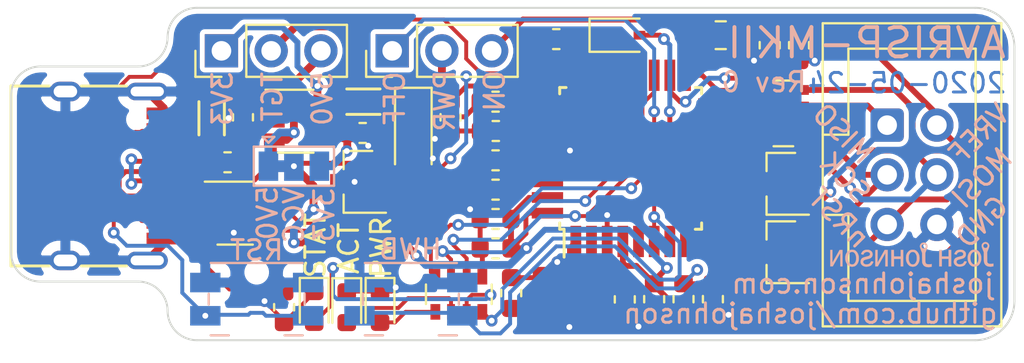
<source format=kicad_pcb>
(kicad_pcb (version 20171130) (host pcbnew 5.1.6-c6e7f7d~86~ubuntu20.04.1)
  (title_block (title AVRISP-MKII) (date 2020-05-24) (rev 0.1) (company "Josh Johnson"))
  (layers (0 F.Cu signal) (31 B.Cu signal) (34 B.Paste user) (35 F.Paste user) (36 B.SilkS user) (37 F.SilkS user) (38 B.Mask user) (39 F.Mask user) (44 Edge.Cuts user))
  (net 0 "")
  (net 1 GND)
  (net 2 +5V)
  (net 3 "Net-(C2-Pad1)")
  (net 4 /RST)
  (net 5 "Net-(C4-Pad1)")
  (net 6 "Net-(C5-Pad1)")
  (net 7 "Net-(C6-Pad1)")
  (net 8 "Net-(C7-Pad1)")
  (net 9 VCC)
  (net 10 "Net-(C11-Pad1)")
  (net 11 /V_TARGET)
  (net 12 "Net-(D2-Pad2)")
  (net 13 "Net-(D3-Pad2)")
  (net 14 /ICSP_MOSI)
  (net 15 /ICSP_MISO)
  (net 16 "Net-(D5-Pad2)")
  (net 17 /ICSP_SCK)
  (net 18 /ICSP_RST)
  (net 19 "Net-(F1-Pad2)")
  (net 20 "Net-(FB1-Pad1)")
  (net 21 "Net-(FB2-Pad2)")
  (net 22 /D+)
  (net 23 "Net-(J1-PadA5)")
  (net 24 /D-)
  (net 25 "Net-(J1-PadB5)")
  (net 26 /USB_PWR_DET)
  (net 27 "Net-(R4-Pad1)")
  (net 28 /USB_D+)
  (net 29 "Net-(R5-Pad1)")
  (net 30 /USB_D-)
  (net 31 "Net-(R6-Pad1)")
  (net 32 /LED_USB_PWR)
  (net 33 /LED_READY)
  (net 34 /LED_ACTIVITY)
  (net 35 "/PB2(MOSI)")
  (net 36 "/PB1(SCK)")
  (net 37 "/PB3(MISO)")
  (net 38 "/PB4(TARG_RST)")
  (module Jumper:SolderJumper-3_P1.3mm_Bridged12_Pad1.0x1.5mm (layer B.Cu) (at 143.7 107.1)
    (fp_text reference JP1 hide)
    (fp_text value VCC_SEL)
    (fp_poly (pts (xy -0.9 0.3) (xy -0.4 0.3) (xy -0.4 -0.3) (xy -0.9 -0.3)) (layer B.Cu) (width 0))
    (pad 2 smd rect (at 0 0) (size 1 1.5) (layers B.Cu B.Mask) (net 9 VCC))
    (pad 3 smd rect (at 1.3 0) (size 1 1.5) (layers B.Cu B.Mask) (net 3 "Net-(C2-Pad1)"))
    (pad 1 smd rect (at -1.3 0) (size 1 1.5) (layers B.Cu B.Mask) (net 2 +5V))
  )
  (module Connector_IDC:IDC-Header_2x03_P2.54mm_Vertical (layer F.Cu) (at 174 105)
    (fp_text reference J4 hide)
    (fp_text value "AVR ISP")
    (pad 6 thru_hole circle (at 2.54 5.08) (size 1.7 1.7) (drill 1) (layers *.Cu *.Mask) (net 1 GND))
    (pad 4 thru_hole circle (at 2.54 2.54) (size 1.7 1.7) (drill 1) (layers *.Cu *.Mask) (net 14 /ICSP_MOSI))
    (pad 2 thru_hole circle (at 2.54 0) (size 1.7 1.7) (drill 1) (layers *.Cu *.Mask) (net 11 /V_TARGET))
    (pad 5 thru_hole circle (at 0 5.08) (size 1.7 1.7) (drill 1) (layers *.Cu *.Mask) (net 18 /ICSP_RST))
    (pad 3 thru_hole circle (at 0 2.54) (size 1.7 1.7) (drill 1) (layers *.Cu *.Mask) (net 17 /ICSP_SCK))
    (pad 1 thru_hole roundrect (at 0 0) (size 1.7 1.7) (drill 1) (layers *.Cu *.Mask) (roundrect_rratio 0.147059) (net 15 /ICSP_MISO))
  )
  (module josh-passives-smt:Fuse_0805_2012Metric (layer F.Cu) (at 165.5 100.4 180)
    (fp_text reference F1 hide)
    (fp_text value 100mA)
    (pad 2 smd roundrect (at 0.9375 0 180) (size 0.975 1.4) (layers F.Cu F.Paste F.Mask) (net 19 "Net-(F1-Pad2)"))
    (pad 1 smd roundrect (at -0.9375 0 180) (size 0.975 1.4) (layers F.Cu F.Paste F.Mask) (net 11 /V_TARGET))
  )
  (module Connector_PinHeader_2.54mm:PinHeader_1x03_P2.54mm_Vertical (layer F.Cu) (at 148.72 101.2 90)
    (fp_text reference J3 hide)
    (fp_text value "2.54 THT")
    (pad 3 thru_hole oval (at 0 5.08 90) (size 1.7 1.7) (drill 1) (layers *.Cu *.Mask) (net 19 "Net-(F1-Pad2)"))
    (pad 2 thru_hole oval (at 0 2.54 90) (size 1.7 1.7) (drill 1) (layers *.Cu *.Mask) (net 5 "Net-(C4-Pad1)"))
    (pad 1 thru_hole rect (at 0 0 90) (size 1.7 1.7) (drill 1) (layers *.Cu *.Mask) (net 26 /USB_PWR_DET))
  )
  (module Connector_PinHeader_2.54mm:PinHeader_1x03_P2.54mm_Vertical (layer F.Cu) (at 140 101.2 90)
    (fp_text reference J2 hide)
    (fp_text value "2.54 THT")
    (pad 3 thru_hole oval (at 0 5.08 90) (size 1.7 1.7) (drill 1) (layers *.Cu *.Mask) (net 2 +5V))
    (pad 2 thru_hole oval (at 0 2.54 90) (size 1.7 1.7) (drill 1) (layers *.Cu *.Mask) (net 21 "Net-(FB2-Pad2)"))
    (pad 1 thru_hole rect (at 0 0 90) (size 1.7 1.7) (drill 1) (layers *.Cu *.Mask) (net 3 "Net-(C2-Pad1)"))
  )
  (module josh-oscillators:Crystal_SMD_3225-4Pin_3.2x2.5mm (layer F.Cu) (at 157.7 113.7)
    (fp_text reference Y1 hide)
    (fp_text value 16MHz)
    (pad 4 smd rect (at -1.1 -0.85) (size 1.4 1.2) (layers F.Cu F.Paste F.Mask) (net 1 GND))
    (pad 3 smd rect (at 1.1 -0.85) (size 1.4 1.2) (layers F.Cu F.Paste F.Mask) (net 7 "Net-(C6-Pad1)"))
    (pad 2 smd rect (at 1.1 0.85) (size 1.4 1.2) (layers F.Cu F.Paste F.Mask) (net 1 GND))
    (pad 1 smd rect (at -1.1 0.85) (size 1.4 1.2) (layers F.Cu F.Paste F.Mask) (net 6 "Net-(C5-Pad1)"))
  )
  (module Package_QFP:TQFP-32_7x7mm_P0.8mm (layer F.Cu) (at 160.9 106.7 90)
    (fp_text reference U4 hide)
    (fp_text value AT90USB162-16AU)
    (pad 32 smd rect (at -2.8 -4.25 180) (size 1.6 0.55) (layers F.Cu F.Paste F.Mask) (net 9 VCC))
    (pad 31 smd rect (at -2 -4.25 180) (size 1.6 0.55) (layers F.Cu F.Paste F.Mask) (net 9 VCC))
    (pad 30 smd rect (at -1.2 -4.25 180) (size 1.6 0.55) (layers F.Cu F.Paste F.Mask) (net 31 "Net-(R6-Pad1)"))
    (pad 29 smd rect (at -0.4 -4.25 180) (size 1.6 0.55) (layers F.Cu F.Paste F.Mask) (net 29 "Net-(R5-Pad1)"))
    (pad 28 smd rect (at 0.4 -4.25 180) (size 1.6 0.55) (layers F.Cu F.Paste F.Mask) (net 1 GND))
    (pad 27 smd rect (at 1.2 -4.25 180) (size 1.6 0.55) (layers F.Cu F.Paste F.Mask) (net 8 "Net-(C7-Pad1)"))
    (pad 26 smd rect (at 2 -4.25 180) (size 1.6 0.55) (layers F.Cu F.Paste F.Mask))
    (pad 25 smd rect (at 2.8 -4.25 180) (size 1.6 0.55) (layers F.Cu F.Paste F.Mask))
    (pad 24 smd rect (at 4.25 -2.8 90) (size 1.6 0.55) (layers F.Cu F.Paste F.Mask) (net 4 /RST))
    (pad 23 smd rect (at 4.25 -2 90) (size 1.6 0.55) (layers F.Cu F.Paste F.Mask))
    (pad 22 smd rect (at 4.25 -1.2 90) (size 1.6 0.55) (layers F.Cu F.Paste F.Mask))
    (pad 21 smd rect (at 4.25 -0.4 90) (size 1.6 0.55) (layers F.Cu F.Paste F.Mask) (net 33 /LED_READY))
    (pad 20 smd rect (at 4.25 0.4 90) (size 1.6 0.55) (layers F.Cu F.Paste F.Mask) (net 34 /LED_ACTIVITY))
    (pad 19 smd rect (at 4.25 1.2 90) (size 1.6 0.55) (layers F.Cu F.Paste F.Mask) (net 32 /LED_USB_PWR))
    (pad 18 smd rect (at 4.25 2 90) (size 1.6 0.55) (layers F.Cu F.Paste F.Mask) (net 38 "/PB4(TARG_RST)"))
    (pad 17 smd rect (at 4.25 2.8 90) (size 1.6 0.55) (layers F.Cu F.Paste F.Mask) (net 37 "/PB3(MISO)"))
    (pad 16 smd rect (at 2.8 4.25 180) (size 1.6 0.55) (layers F.Cu F.Paste F.Mask) (net 35 "/PB2(MOSI)"))
    (pad 15 smd rect (at 2 4.25 180) (size 1.6 0.55) (layers F.Cu F.Paste F.Mask) (net 36 "/PB1(SCK)"))
    (pad 14 smd rect (at 1.2 4.25 180) (size 1.6 0.55) (layers F.Cu F.Paste F.Mask))
    (pad 13 smd rect (at 0.4 4.25 180) (size 1.6 0.55) (layers F.Cu F.Paste F.Mask) (net 10 "Net-(C11-Pad1)"))
    (pad 12 smd rect (at -0.4 4.25 180) (size 1.6 0.55) (layers F.Cu F.Paste F.Mask))
    (pad 11 smd rect (at -1.2 4.25 180) (size 1.6 0.55) (layers F.Cu F.Paste F.Mask))
    (pad 10 smd rect (at -2 4.25 180) (size 1.6 0.55) (layers F.Cu F.Paste F.Mask))
    (pad 9 smd rect (at -2.8 4.25 180) (size 1.6 0.55) (layers F.Cu F.Paste F.Mask))
    (pad 8 smd rect (at -4.25 2.8 90) (size 1.6 0.55) (layers F.Cu F.Paste F.Mask))
    (pad 7 smd rect (at -4.25 2 90) (size 1.6 0.55) (layers F.Cu F.Paste F.Mask))
    (pad 6 smd rect (at -4.25 1.2 90) (size 1.6 0.55) (layers F.Cu F.Paste F.Mask) (net 26 /USB_PWR_DET))
    (pad 5 smd rect (at -4.25 0.4 90) (size 1.6 0.55) (layers F.Cu F.Paste F.Mask))
    (pad 4 smd rect (at -4.25 -0.4 90) (size 1.6 0.55) (layers F.Cu F.Paste F.Mask) (net 9 VCC))
    (pad 3 smd rect (at -4.25 -1.2 90) (size 1.6 0.55) (layers F.Cu F.Paste F.Mask) (net 1 GND))
    (pad 2 smd rect (at -4.25 -2 90) (size 1.6 0.55) (layers F.Cu F.Paste F.Mask) (net 7 "Net-(C6-Pad1)"))
    (pad 1 smd rect (at -4.25 -2.8 90) (size 1.6 0.55) (layers F.Cu F.Paste F.Mask) (net 6 "Net-(C5-Pad1)"))
  )
  (module Package_TO_SOT_SMD:SOT-23 (layer F.Cu) (at 147 107.9 180)
    (fp_text reference U3 hide)
    (fp_text value MCP130-xxxxTT)
    (pad 3 smd rect (at 1 0 180) (size 0.9 0.8) (layers F.Cu F.Paste F.Mask) (net 1 GND))
    (pad 2 smd rect (at -1 0.95 180) (size 0.9 0.8) (layers F.Cu F.Paste F.Mask) (net 9 VCC))
    (pad 1 smd rect (at -1 -0.95 180) (size 0.9 0.8) (layers F.Cu F.Paste F.Mask) (net 4 /RST))
  )
  (module Package_TO_SOT_SMD:SOT-23-5 (layer F.Cu) (at 143.8 104.8)
    (fp_text reference U2 hide)
    (fp_text value AP2112K-3.3)
    (pad 5 smd rect (at 1.1 -0.95) (size 1.06 0.65) (layers F.Cu F.Paste F.Mask) (net 3 "Net-(C2-Pad1)"))
    (pad 4 smd rect (at 1.1 0.95) (size 1.06 0.65) (layers F.Cu F.Paste F.Mask))
    (pad 3 smd rect (at -1.1 0.95) (size 1.06 0.65) (layers F.Cu F.Paste F.Mask) (net 2 +5V))
    (pad 2 smd rect (at -1.1 0) (size 1.06 0.65) (layers F.Cu F.Paste F.Mask) (net 1 GND))
    (pad 1 smd rect (at -1.1 -0.95) (size 1.06 0.65) (layers F.Cu F.Paste F.Mask) (net 2 +5V))
  )
  (module Package_TO_SOT_SMD:SOT-23-6 (layer F.Cu) (at 140.7 109.5)
    (fp_text reference U1 hide)
    (fp_text value USBLC6-2SC6)
    (pad 5 smd rect (at 1.1 0) (size 1.06 0.65) (layers F.Cu F.Paste F.Mask) (net 2 +5V))
    (pad 6 smd rect (at 1.1 -0.95) (size 1.06 0.65) (layers F.Cu F.Paste F.Mask) (net 28 /USB_D+))
    (pad 4 smd rect (at 1.1 0.95) (size 1.06 0.65) (layers F.Cu F.Paste F.Mask) (net 30 /USB_D-))
    (pad 3 smd rect (at -1.1 0.95) (size 1.06 0.65) (layers F.Cu F.Paste F.Mask) (net 24 /D-))
    (pad 2 smd rect (at -1.1 0) (size 1.06 0.65) (layers F.Cu F.Paste F.Mask) (net 1 GND))
    (pad 1 smd rect (at -1.1 -0.95) (size 1.06 0.65) (layers F.Cu F.Paste F.Mask) (net 22 /D+))
  )
  (module josh-buttons-switches:Panasonic_EVQPUL_EVQPUC (layer B.Cu) (at 149.675 113.9)
    (fp_text reference SW2 hide)
    (fp_text value SW_Push)
    (pad "" np_thru_hole circle (at 0 1.375 180) (size 0.75 0.75) (drill 0.75) (layers *.Cu *.Mask))
    (pad "" np_thru_hole circle (at 0 -1.375 180) (size 0.75 0.75) (drill 0.75) (layers *.Cu *.Mask))
    (pad 1 smd rect (at 2.625 0.85 180) (size 1.55 1) (layers B.Cu B.Paste B.Mask) (net 10 "Net-(C11-Pad1)"))
    (pad 1 smd rect (at -2.625 0.85 180) (size 1.55 1) (layers B.Cu B.Paste B.Mask) (net 10 "Net-(C11-Pad1)"))
    (pad 2 smd rect (at -2.625 -0.85 180) (size 1.55 1) (layers B.Cu B.Paste B.Mask) (net 1 GND))
    (pad 2 smd rect (at 2.625 -0.85 180) (size 1.55 1) (layers B.Cu B.Paste B.Mask) (net 1 GND))
  )
  (module josh-buttons-switches:Panasonic_EVQPUL_EVQPUC (layer B.Cu) (at 141.8 113.9)
    (fp_text reference SW1 hide)
    (fp_text value RST)
    (pad 2 smd rect (at 2.625 -0.85 180) (size 1.55 1) (layers B.Cu B.Paste B.Mask) (net 1 GND))
    (pad 2 smd rect (at -2.625 -0.85 180) (size 1.55 1) (layers B.Cu B.Paste B.Mask) (net 1 GND))
    (pad 1 smd rect (at -2.625 0.85 180) (size 1.55 1) (layers B.Cu B.Paste B.Mask) (net 27 "Net-(R4-Pad1)"))
    (pad 1 smd rect (at 2.625 0.85 180) (size 1.55 1) (layers B.Cu B.Paste B.Mask) (net 27 "Net-(R4-Pad1)"))
    (pad "" np_thru_hole circle (at 0 -1.375 180) (size 0.75 0.75) (drill 0.75) (layers *.Cu *.Mask))
    (pad "" np_thru_hole circle (at 0 1.375 180) (size 0.75 0.75) (drill 0.75) (layers *.Cu *.Mask))
  )
  (module Resistor_SMD:R_Array_Convex_4x0603 (layer F.Cu) (at 168.7 104.4)
    (fp_text reference RN2 hide)
    (fp_text value 1K)
    (pad 5 smd rect (at 0.9 1.2) (size 0.8 0.5) (layers F.Cu F.Paste F.Mask) (net 17 /ICSP_SCK))
    (pad 6 smd rect (at 0.9 0.4) (size 0.8 0.4) (layers F.Cu F.Paste F.Mask) (net 14 /ICSP_MOSI))
    (pad 8 smd rect (at 0.9 -1.2) (size 0.8 0.5) (layers F.Cu F.Paste F.Mask) (net 18 /ICSP_RST))
    (pad 7 smd rect (at 0.9 -0.4) (size 0.8 0.4) (layers F.Cu F.Paste F.Mask) (net 15 /ICSP_MISO))
    (pad 4 smd rect (at -0.9 1.2) (size 0.8 0.5) (layers F.Cu F.Paste F.Mask) (net 36 "/PB1(SCK)"))
    (pad 2 smd rect (at -0.9 -0.4) (size 0.8 0.4) (layers F.Cu F.Paste F.Mask) (net 37 "/PB3(MISO)"))
    (pad 3 smd rect (at -0.9 0.4) (size 0.8 0.4) (layers F.Cu F.Paste F.Mask) (net 35 "/PB2(MOSI)"))
    (pad 1 smd rect (at -0.9 -1.2) (size 0.8 0.5) (layers F.Cu F.Paste F.Mask) (net 38 "/PB4(TARG_RST)"))
  )
  (module Resistor_SMD:R_Array_Convex_4x0603 (layer F.Cu) (at 152.125 113.65 270)
    (fp_text reference RN1 hide)
    (fp_text value 1K)
    (pad 5 smd rect (at 0.9 1.2 270) (size 0.8 0.5) (layers F.Cu F.Paste F.Mask) (net 12 "Net-(D2-Pad2)"))
    (pad 6 smd rect (at 0.9 0.4 270) (size 0.8 0.4) (layers F.Cu F.Paste F.Mask) (net 16 "Net-(D5-Pad2)"))
    (pad 8 smd rect (at 0.9 -1.2 270) (size 0.8 0.5) (layers F.Cu F.Paste F.Mask) (net 26 /USB_PWR_DET))
    (pad 7 smd rect (at 0.9 -0.4 270) (size 0.8 0.4) (layers F.Cu F.Paste F.Mask) (net 13 "Net-(D3-Pad2)"))
    (pad 4 smd rect (at -0.9 1.2 270) (size 0.8 0.5) (layers F.Cu F.Paste F.Mask) (net 32 /LED_USB_PWR))
    (pad 2 smd rect (at -0.9 -0.4 270) (size 0.8 0.4) (layers F.Cu F.Paste F.Mask) (net 33 /LED_READY))
    (pad 3 smd rect (at -0.9 0.4 270) (size 0.8 0.4) (layers F.Cu F.Paste F.Mask) (net 34 /LED_ACTIVITY))
    (pad 1 smd rect (at -0.9 -1.2 270) (size 0.8 0.5) (layers F.Cu F.Paste F.Mask) (net 1 GND))
  )
  (module Resistor_SMD:R_0603_1608Metric (layer F.Cu) (at 169.5 100.9125 270)
    (fp_text reference R9 hide)
    (fp_text value 200R)
    (pad 2 smd roundrect (at 0.7875 0 270) (size 0.875 0.95) (layers F.Cu F.Paste F.Mask) (net 1 GND))
    (pad 1 smd roundrect (at -0.7875 0 270) (size 0.875 0.95) (layers F.Cu F.Paste F.Mask) (net 11 /V_TARGET))
  )
  (module Resistor_SMD:R_0603_1608Metric (layer F.Cu) (at 163.6 113.9 90)
    (fp_text reference R8 hide)
    (fp_text value 1M)
    (pad 2 smd roundrect (at 0.7875 0 90) (size 0.875 0.95) (layers F.Cu F.Paste F.Mask) (net 10 "Net-(C11-Pad1)"))
    (pad 1 smd roundrect (at -0.7875 0 90) (size 0.875 0.95) (layers F.Cu F.Paste F.Mask) (net 9 VCC))
  )
  (module Resistor_SMD:R_0603_1608Metric (layer F.Cu) (at 154 108.3 180)
    (fp_text reference R6 hide)
    (fp_text value 22R)
    (pad 2 smd roundrect (at 0.7875 0 180) (size 0.875 0.95) (layers F.Cu F.Paste F.Mask) (net 30 /USB_D-))
    (pad 1 smd roundrect (at -0.7875 0 180) (size 0.875 0.95) (layers F.Cu F.Paste F.Mask) (net 31 "Net-(R6-Pad1)"))
  )
  (module Resistor_SMD:R_0603_1608Metric (layer F.Cu) (at 154 106.8 180)
    (fp_text reference R5 hide)
    (fp_text value 22R)
    (pad 2 smd roundrect (at 0.7875 0 180) (size 0.875 0.95) (layers F.Cu F.Paste F.Mask) (net 28 /USB_D+))
    (pad 1 smd roundrect (at -0.7875 0 180) (size 0.875 0.95) (layers F.Cu F.Paste F.Mask) (net 29 "Net-(R5-Pad1)"))
  )
  (module Resistor_SMD:R_0603_1608Metric (layer F.Cu) (at 157.1 100.6)
    (fp_text reference R4 hide)
    (fp_text value 100R)
    (pad 2 smd roundrect (at 0.7875 0) (size 0.875 0.95) (layers F.Cu F.Paste F.Mask) (net 4 /RST))
    (pad 1 smd roundrect (at -0.7875 0) (size 0.875 0.95) (layers F.Cu F.Paste F.Mask) (net 27 "Net-(R4-Pad1)"))
  )
  (module Resistor_SMD:R_0603_1608Metric (layer F.Cu) (at 154 103.8)
    (fp_text reference R3 hide)
    (fp_text value 10K)
    (pad 2 smd roundrect (at 0.7875 0) (size 0.875 0.95) (layers F.Cu F.Paste F.Mask) (net 4 /RST))
    (pad 1 smd roundrect (at -0.7875 0) (size 0.875 0.95) (layers F.Cu F.Paste F.Mask) (net 9 VCC))
  )
  (module Resistor_SMD:R_0603_1608Metric (layer F.Cu) (at 143.2 114.3125 90)
    (fp_text reference R2 hide)
    (fp_text value 5K1)
    (pad 2 smd roundrect (at 0.7875 0 90) (size 0.875 0.95) (layers F.Cu F.Paste F.Mask) (net 25 "Net-(J1-PadB5)"))
    (pad 1 smd roundrect (at -0.7875 0 90) (size 0.875 0.95) (layers F.Cu F.Paste F.Mask) (net 1 GND))
  )
  (module Resistor_SMD:R_0603_1608Metric (layer F.Cu) (at 140.3125 106.9 180)
    (fp_text reference R1 hide)
    (fp_text value 5K1)
    (pad 2 smd roundrect (at 0.7875 0 180) (size 0.875 0.95) (layers F.Cu F.Paste F.Mask) (net 23 "Net-(J1-PadA5)"))
    (pad 1 smd roundrect (at -0.7875 0 180) (size 0.875 0.95) (layers F.Cu F.Paste F.Mask) (net 1 GND))
  )
  (module josh-connectors:USB_C_U262-161N-4BVC11 (layer F.Cu) (at 133.9 107.6 270)
    (fp_text reference J1 hide)
    (fp_text value USB_C_Receptacle_USB2.0)
    (pad A12 smd rect (at 3.35 -3.15 270) (size 0.3 1.75) (layers F.Cu F.Paste F.Mask) (net 1 GND) (clearance 0.01))
    (pad B1 smd rect (at 3.05 -3.15 270) (size 0.3 1.75) (layers F.Cu F.Paste F.Mask) (net 1 GND) (clearance 0.01))
    (pad B4 smd rect (at 2.25 -3.15 270) (size 0.3 1.75) (layers F.Cu F.Paste F.Mask) (net 20 "Net-(FB1-Pad1)") (clearance 0.01))
    (pad A9 smd rect (at 2.55 -3.15 270) (size 0.3 1.75) (layers F.Cu F.Paste F.Mask) (net 20 "Net-(FB1-Pad1)") (clearance 0.01))
    (pad B9 smd rect (at -2.25 -3.15 270) (size 0.3 1.75) (layers F.Cu F.Paste F.Mask) (net 20 "Net-(FB1-Pad1)") (clearance 0.01))
    (pad A4 smd rect (at -2.55 -3.15 270) (size 0.3 1.75) (layers F.Cu F.Paste F.Mask) (net 20 "Net-(FB1-Pad1)") (clearance 0.01))
    (pad B12 smd rect (at -3.05 -3.15 270) (size 0.3 1.75) (layers F.Cu F.Paste F.Mask) (net 1 GND) (clearance 0.01))
    (pad A1 smd rect (at -3.35 -3.15 270) (size 0.3 1.75) (layers F.Cu F.Paste F.Mask) (net 1 GND) (clearance 0.01))
    (pad A6 smd rect (at -0.25 -3.15 270) (size 0.3 1.75) (layers F.Cu F.Paste F.Mask) (net 22 /D+))
    (pad A5 smd rect (at -1.25 -3.15 270) (size 0.3 1.75) (layers F.Cu F.Paste F.Mask) (net 23 "Net-(J1-PadA5)"))
    (pad B8 smd rect (at -1.75 -3.15 270) (size 0.3 1.75) (layers F.Cu F.Paste F.Mask))
    (pad B7 smd rect (at -0.75 -3.15 270) (size 0.3 1.75) (layers F.Cu F.Paste F.Mask) (net 24 /D-))
    (pad B5 smd rect (at 1.75 -3.15 270) (size 0.3 1.75) (layers F.Cu F.Paste F.Mask) (net 25 "Net-(J1-PadB5)"))
    (pad A8 smd rect (at 1.25 -3.15 270) (size 0.3 1.75) (layers F.Cu F.Paste F.Mask))
    (pad B6 smd rect (at 0.75 -3.15 270) (size 0.3 1.75) (layers F.Cu F.Paste F.Mask) (net 22 /D+))
    (pad A7 smd rect (at 0.25 -3.15 270) (size 0.3 1.75) (layers F.Cu F.Paste F.Mask) (net 24 /D-))
    (pad "" np_thru_hole circle (at 2.89 -1.81 270) (size 0.65 0.65) (drill 0.65) (layers *.Cu *.Mask) (clearance 0.01))
    (pad "" np_thru_hole circle (at -2.89 -1.81 270) (size 0.65 0.65) (drill 0.65) (layers *.Cu *.Mask) (clearance 0.01))
    (pad S1 thru_hole oval (at 4.32 -2.31 270) (size 0.9 2.1) (drill oval 0.5 1.7) (layers *.Cu *.Mask F.Paste) (net 1 GND))
    (pad S1 thru_hole oval (at -4.32 -2.31 270) (size 0.9 2.1) (drill oval 0.5 1.7) (layers *.Cu *.Mask F.Paste) (net 1 GND))
    (pad S1 thru_hole oval (at 4.32 1.87 270) (size 1 1.6) (drill oval 0.6 1.2) (layers *.Cu *.Mask F.Paste) (net 1 GND))
    (pad S1 thru_hole oval (at -4.32 1.87 270) (size 1 1.6) (drill oval 0.6 1.2) (layers *.Cu *.Mask F.Paste) (net 1 GND))
  )
  (module josh-passives-smt:Ferrite_Bead_0603 (layer F.Cu) (at 147.2 103.8 180)
    (fp_text reference FB2 hide)
    (fp_text value 600R hide)
    (pad 2 smd rect (at 0.8 0 180) (size 0.85 1) (layers F.Cu F.Paste F.Mask) (net 21 "Net-(FB2-Pad2)"))
    (pad 1 smd rect (at -0.8 0 180) (size 0.85 1) (layers F.Cu F.Paste F.Mask) (net 5 "Net-(C4-Pad1)"))
  )
  (module josh-passives-smt:Ferrite_Bead_0603 (layer F.Cu) (at 139.5 104.6 90)
    (fp_text reference FB1 hide)
    (fp_text value 600R hide)
    (pad 2 smd rect (at 0.8 0 90) (size 0.85 1) (layers F.Cu F.Paste F.Mask) (net 2 +5V))
    (pad 1 smd rect (at -0.8 0 90) (size 0.85 1) (layers F.Cu F.Paste F.Mask) (net 20 "Net-(FB1-Pad1)"))
  )
  (module Package_TO_SOT_SMD:SOT-23 (layer F.Cu) (at 168.6 111.5 180)
    (fp_text reference D6 hide)
    (fp_text value BAT54C)
    (pad 3 smd rect (at 1 0 180) (size 0.9 0.8) (layers F.Cu F.Paste F.Mask) (net 11 /V_TARGET))
    (pad 2 smd rect (at -1 0.95 180) (size 0.9 0.8) (layers F.Cu F.Paste F.Mask) (net 17 /ICSP_SCK))
    (pad 1 smd rect (at -1 -0.95 180) (size 0.9 0.8) (layers F.Cu F.Paste F.Mask) (net 18 /ICSP_RST))
  )
  (module LED_SMD:LED_0603_1608Metric (layer F.Cu) (at 146.4 114.3125 270)
    (fp_text reference D5 hide)
    (fp_text value ACT)
    (pad 2 smd roundrect (at 0.7875 0 270) (size 0.875 0.95) (layers F.Cu F.Paste F.Mask) (net 16 "Net-(D5-Pad2)"))
    (pad 1 smd roundrect (at -0.7875 0 270) (size 0.875 0.95) (layers F.Cu F.Paste F.Mask) (net 1 GND))
  )
  (module Package_TO_SOT_SMD:SOT-23 (layer F.Cu) (at 168.6 108 180)
    (fp_text reference D4 hide)
    (fp_text value BAT54C)
    (pad 3 smd rect (at 1 0 180) (size 0.9 0.8) (layers F.Cu F.Paste F.Mask) (net 11 /V_TARGET))
    (pad 2 smd rect (at -1 0.95 180) (size 0.9 0.8) (layers F.Cu F.Paste F.Mask) (net 14 /ICSP_MOSI))
    (pad 1 smd rect (at -1 -0.95 180) (size 0.9 0.8) (layers F.Cu F.Paste F.Mask) (net 15 /ICSP_MISO))
  )
  (module LED_SMD:LED_0603_1608Metric (layer F.Cu) (at 144.7375 114.3 270)
    (fp_text reference D3 hide)
    (fp_text value STAT)
    (pad 2 smd roundrect (at 0.7875 0 270) (size 0.875 0.95) (layers F.Cu F.Paste F.Mask) (net 13 "Net-(D3-Pad2)"))
    (pad 1 smd roundrect (at -0.7875 0 270) (size 0.875 0.95) (layers F.Cu F.Paste F.Mask) (net 1 GND))
  )
  (module LED_SMD:LED_0603_1608Metric (layer F.Cu) (at 148.1 114.3 270)
    (fp_text reference D2 hide)
    (fp_text value PWR)
    (pad 2 smd roundrect (at 0.7875 0 270) (size 0.875 0.95) (layers F.Cu F.Paste F.Mask) (net 12 "Net-(D2-Pad2)"))
    (pad 1 smd roundrect (at -0.7875 0 270) (size 0.875 0.95) (layers F.Cu F.Paste F.Mask) (net 1 GND))
  )
  (module Diode_SMD:D_SOD-323 (layer F.Cu) (at 160.3 100.4)
    (fp_text reference D1 hide)
    (fp_text value 1N4148)
    (pad 2 smd rect (at 1.05 0) (size 0.6 0.45) (layers F.Cu F.Paste F.Mask) (net 10 "Net-(C11-Pad1)"))
    (pad 1 smd rect (at -1.05 0) (size 0.6 0.45) (layers F.Cu F.Paste F.Mask) (net 4 /RST))
  )
  (module Capacitor_SMD:C_0603_1608Metric (layer F.Cu) (at 168 100.9125 270)
    (fp_text reference C12 hide)
    (fp_text value 100n)
    (pad 2 smd roundrect (at 0.7875 0 270) (size 0.875 0.95) (layers F.Cu F.Paste F.Mask) (net 1 GND))
    (pad 1 smd roundrect (at -0.7875 0 270) (size 0.875 0.95) (layers F.Cu F.Paste F.Mask) (net 11 /V_TARGET))
  )
  (module Capacitor_SMD:C_0603_1608Metric (layer F.Cu) (at 165.1 113.9 270)
    (fp_text reference C11 hide)
    (fp_text value 10u)
    (pad 2 smd roundrect (at 0.7875 0 270) (size 0.875 0.95) (layers F.Cu F.Paste F.Mask) (net 1 GND))
    (pad 1 smd roundrect (at -0.7875 0 270) (size 0.875 0.95) (layers F.Cu F.Paste F.Mask) (net 10 "Net-(C11-Pad1)"))
  )
  (module Capacitor_SMD:C_0603_1608Metric (layer F.Cu) (at 162.1 113.9 90)
    (fp_text reference C10 hide)
    (fp_text value 100n)
    (pad 2 smd roundrect (at 0.7875 0 90) (size 0.875 0.95) (layers F.Cu F.Paste F.Mask) (net 9 VCC))
    (pad 1 smd roundrect (at -0.7875 0 90) (size 0.875 0.95) (layers F.Cu F.Paste F.Mask) (net 1 GND))
  )
  (module Capacitor_SMD:C_0603_1608Metric (layer F.Cu) (at 154 109.8)
    (fp_text reference C9 hide)
    (fp_text value 100n)
    (pad 2 smd roundrect (at 0.7875 0) (size 0.875 0.95) (layers F.Cu F.Paste F.Mask) (net 9 VCC))
    (pad 1 smd roundrect (at -0.7875 0) (size 0.875 0.95) (layers F.Cu F.Paste F.Mask) (net 1 GND))
  )
  (module Capacitor_SMD:C_0603_1608Metric (layer F.Cu) (at 154 111.3)
    (fp_text reference C8 hide)
    (fp_text value 100n)
    (pad 2 smd roundrect (at 0.7875 0) (size 0.875 0.95) (layers F.Cu F.Paste F.Mask) (net 9 VCC))
    (pad 1 smd roundrect (at -0.7875 0) (size 0.875 0.95) (layers F.Cu F.Paste F.Mask) (net 1 GND))
  )
  (module Capacitor_SMD:C_0603_1608Metric (layer F.Cu) (at 154.0125 105.3 180)
    (fp_text reference C7 hide)
    (fp_text value 1u)
    (pad 2 smd roundrect (at 0.7875 0 180) (size 0.875 0.95) (layers F.Cu F.Paste F.Mask) (net 1 GND))
    (pad 1 smd roundrect (at -0.7875 0 180) (size 0.875 0.95) (layers F.Cu F.Paste F.Mask) (net 8 "Net-(C7-Pad1)"))
  )
  (module Capacitor_SMD:C_0603_1608Metric (layer F.Cu) (at 160.6 113.9125 270)
    (fp_text reference C6 hide)
    (fp_text value 22P)
    (pad 2 smd roundrect (at 0.7875 0 270) (size 0.875 0.95) (layers F.Cu F.Paste F.Mask) (net 1 GND))
    (pad 1 smd roundrect (at -0.7875 0 270) (size 0.875 0.95) (layers F.Cu F.Paste F.Mask) (net 7 "Net-(C6-Pad1)"))
  )
  (module Capacitor_SMD:C_0603_1608Metric (layer F.Cu) (at 154.8 113.5875 90)
    (fp_text reference C5 hide)
    (fp_text value 22P)
    (pad 2 smd roundrect (at 0.7875 0 90) (size 0.875 0.95) (layers F.Cu F.Paste F.Mask) (net 1 GND))
    (pad 1 smd roundrect (at -0.7875 0 90) (size 0.875 0.95) (layers F.Cu F.Paste F.Mask) (net 6 "Net-(C5-Pad1)"))
  )
  (module Capacitor_Tantalum_SMD:CP_EIA-3216-10_Kemet-I (layer F.Cu) (at 149.8 105.4 270)
    (fp_text reference C4 hide)
    (fp_text value 100u)
    (pad 2 smd roundrect (at 1.35 0 270) (size 1.4 1.35) (layers F.Cu F.Paste F.Mask) (roundrect_rratio 0.185185) (net 1 GND))
    (pad 1 smd roundrect (at -1.35 0 270) (size 1.4 1.35) (layers F.Cu F.Paste F.Mask) (roundrect_rratio 0.185185) (net 5 "Net-(C4-Pad1)"))
  )
  (module Capacitor_SMD:C_0603_1608Metric (layer F.Cu) (at 151.7 104.6 270)
    (fp_text reference C3 hide)
    (fp_text value 100n)
    (pad 2 smd roundrect (at 0.7875 0 270) (size 0.875 0.95) (layers F.Cu F.Paste F.Mask) (net 1 GND))
    (pad 1 smd roundrect (at -0.7875 0 270) (size 0.875 0.95) (layers F.Cu F.Paste F.Mask) (net 4 /RST))
  )
  (module Capacitor_SMD:C_0603_1608Metric (layer F.Cu) (at 147.2125 105.4)
    (fp_text reference C2 hide)
    (fp_text value 1u)
    (pad 2 smd roundrect (at 0.7875 0) (size 0.875 0.95) (layers F.Cu F.Paste F.Mask) (net 1 GND))
    (pad 1 smd roundrect (at -0.7875 0) (size 0.875 0.95) (layers F.Cu F.Paste F.Mask) (net 3 "Net-(C2-Pad1)"))
  )
  (module Capacitor_SMD:C_0603_1608Metric (layer F.Cu) (at 141.1 104.6 270)
    (fp_text reference C1 hide)
    (fp_text value 1u)
    (pad 2 smd roundrect (at 0.7875 0 270) (size 0.875 0.95) (layers F.Cu F.Paste F.Mask) (net 1 GND))
    (pad 1 smd roundrect (at -0.7875 0 270) (size 0.875 0.95) (layers F.Cu F.Paste F.Mask) (net 2 +5V))
  )
  (module josh-logos:josh-johnson-logo-8_6x1_5 (layer B.Cu) (at 175.25 111.6 180)
    (fp_text reference LOGO2 hide)
    (fp_text value Josh-Logo hide)
  )
  (module josh-logos:board-title (layer B.Cu) (at 172.2 98.85 180)
    (fp_text reference LOGO1 hide)
    (fp_text value Board-Title)
    (fp_text user 2020-05-24 (at -2.8 -4) (layer B.Cu) (effects (justify mirror)))
    (fp_text user "Rev 0" (at 4.5 -3.95) (layer B.SilkS) (effects (justify mirror)))
    (fp_text user AVRISP-MKII (at -0.75 -1.95) (layer B.SilkS) (effects (font (size 1.5 1.5) (thickness 0.2)) (justify mirror)))
  )
  (module josh-logos:OSHW_Logo_3.6x3.6_F.Mask (layer B.Cu) (at 132.3 107 270)
    (fp_text reference LOGO4 hide)
    (fp_text value OSHW_FMask hide)
  )
  (module josh-logos:josh-details (layer B.Cu) (at 174.75 112.6 180)
    (fp_text reference LOGO3 hide)
    (fp_text value Josh-Details)
    (fp_text user github.com/joshajohnson (at 4.6736 -2.032) (layer B.SilkS) (effects (justify mirror)))
    (fp_text user joshajohnson.com (at 2 -0.5) (layer B.SilkS) (effects (justify mirror)))
  )
  (gr_text STAT (at 144.8 111.15 90) (layer F.SilkS) (effects (font (size 1 1))))
  (gr_text ACT (at 146.5 111.3 90) (layer F.SilkS) (effects (font (size 1 1))))
  (gr_text PWR (at 148.15 111.25 90) (layer F.SilkS) (effects (font (size 1 1))))
  (gr_text PWR (at 151.4 103.75 90) (layer B.SilkS) (effects (font (size 1 1)) (justify mirror)))
  (gr_text OFF (at 148.85 103.65 90) (layer B.SilkS) (effects (font (size 1 1)) (justify mirror)))
  (gr_text ON (at 153.95 103.25 90) (layer B.SilkS) (effects (font (size 1 1)) (justify mirror)))
  (gr_text 3V3 (at 140.05 103.65 90) (layer B.SilkS) (effects (font (size 1 1)) (justify mirror)))
  (gr_text 5V0 (at 145.15 103.65 90) (layer B.SilkS) (effects (font (size 1 1)) (justify mirror)))
  (gr_text TGT (at 142.6 103.55 90) (layer B.SilkS) (effects (font (size 1 1)) (justify mirror)))
  (gr_text 3V3 (at 145.25 109.6 90) (layer B.SilkS) (effects (font (size 1 1)) (justify mirror)))
  (gr_text VCC (at 143.7 109.6 90) (layer B.SilkS) (effects (font (size 1 1)) (justify mirror)))
  (gr_text 5V0 (at 142.35 109.5 90) (layer B.SilkS) (effects (font (size 1 1)) (justify mirror)))
  (gr_text RST (at 141.8 111.4) (layer B.SilkS) (effects (font (size 1 1)) (justify mirror)))
  (gr_text HWB (at 149.65 111.35) (layer B.SilkS) (effects (font (size 1 1)) (justify mirror)))
  (gr_text MISO (at 171.75 105.45 315) (layer B.SilkS) (effects (font (size 1 1)) (justify mirror)))
  (gr_text SCK (at 171.85 107.7 315) (layer B.SilkS) (effects (font (size 1 1)) (justify mirror)))
  (gr_text nRST (at 171.55 109.75 315) (layer B.SilkS) (effects (font (size 1 1)) (justify mirror)))
  (gr_text VREF (at 178.7 105.45 45) (layer B.SilkS) (effects (font (size 1 1)) (justify mirror)))
  (gr_text MOSI (at 178.85 107.7 45) (layer B.SilkS) (effects (font (size 1 1)) (justify mirror)))
  (gr_text GND (at 178.85 109.95 45) (layer B.SilkS) (effects (font (size 1 1)) (justify mirror)))
  (gr_line (start 129.25 111.5) (end 129.25 103.5) (layer Edge.Cuts) (width 0.1))
  (gr_line (start 130.75 113) (end 135.75 113) (layer Edge.Cuts) (width 0.1))
  (gr_arc (start 130.75 111.5) (end 129.25 111.5) (angle -90) (layer Edge.Cuts) (width 0.1))
  (gr_arc (start 135.75 114.5) (end 137.25 114.5) (angle -90) (layer Edge.Cuts) (width 0.1))
  (gr_arc (start 138.75 114.5) (end 137.25 114.5) (angle -90) (layer Edge.Cuts) (width 0.1))
  (gr_line (start 178.5 116) (end 138.75 116) (layer Edge.Cuts) (width 0.1))
  (gr_line (start 135.75 102) (end 130.75 102) (layer Edge.Cuts) (width 0.1))
  (gr_arc (start 130.75 103.5) (end 130.75 102) (angle -90) (layer Edge.Cuts) (width 0.1))
  (gr_arc (start 135.75 100.5) (end 135.75 102) (angle -90) (layer Edge.Cuts) (width 0.1))
  (gr_arc (start 138.75 100.5) (end 138.75 99) (angle -90) (layer Edge.Cuts) (width 0.1))
  (gr_line (start 178.5 99) (end 138.75 99) (layer Edge.Cuts) (width 0.1))
  (gr_line (start 180.5 114) (end 180.5 101) (layer Edge.Cuts) (width 0.1))
  (gr_arc (start 178.5 114) (end 178.5 116) (angle -90) (layer Edge.Cuts) (width 0.1))
  (gr_arc (start 178.5 101) (end 180.5 101) (angle -90) (layer Edge.Cuts) (width 0.1))
  (segment (start 156.55 112.8) (end 154.8 112.8) (width 0.25) (layer F.Cu) (net 1))
  (segment (start 156.6 112.85) (end 156.6 112.85) (width 0.25) (layer F.Cu) (net 1))
  (segment (start 158.8 114.55) (end 158.8 114.55) (width 0.25) (layer F.Cu) (net 1))
  (segment (start 159.05 114.55) (end 159.3 114.3) (width 0.25) (layer F.Cu) (net 1))
  (segment (start 158.8 114.55) (end 159.05 114.55) (width 0.25) (layer F.Cu) (net 1))
  (segment (start 156.6 112.85) (end 156.55 112.8) (width 0.25) (layer F.Cu) (net 1))
  (segment (start 158.95 114.7) (end 158.8 114.55) (width 0.25) (layer F.Cu) (net 1))
  (segment (start 160.6 114.7) (end 158.95 114.7) (width 0.25) (layer F.Cu) (net 1))
  (segment (start 162.0875 114.7) (end 162.1 114.6875) (width 0.25) (layer F.Cu) (net 1))
  (segment (start 160.6 114.7) (end 161.3 114.7) (width 0.25) (layer F.Cu) (net 1))
  (segment (start 161.3 114.7) (end 162.0875 114.7) (width 0.25) (layer F.Cu) (net 1))
  (via (at 165.9 114.7) (size 0.6) (drill 0.3) (layers F.Cu B.Cu) (net 1))
  (segment (start 165.8875 114.6875) (end 165.9 114.7) (width 0.3) (layer F.Cu) (net 1))
  (segment (start 165.1 114.6875) (end 165.8875 114.6875) (width 0.3) (layer F.Cu) (net 1))
  (segment (start 168 101.7) (end 169.5 101.7) (width 0.3) (layer F.Cu) (net 1))
  (via (at 170.3 101.7) (size 0.6) (drill 0.3) (layers F.Cu B.Cu) (net 1))
  (segment (start 169.5 101.7) (end 170.3 101.7) (width 0.3) (layer F.Cu) (net 1))
  (via (at 167.2 101.7) (size 0.6) (drill 0.3) (layers F.Cu B.Cu) (net 1))
  (segment (start 168 101.7) (end 167.2 101.7) (width 0.3) (layer F.Cu) (net 1))
  (segment (start 151.7875 105.3) (end 151.7 105.3875) (width 0.25) (layer F.Cu) (net 1))
  (segment (start 153.225 105.3) (end 151.7875 105.3) (width 0.25) (layer F.Cu) (net 1))
  (via (at 157.8 106.3) (size 0.6) (drill 0.3) (layers F.Cu B.Cu) (net 1))
  (segment (start 156.65 106.3) (end 157.8 106.3) (width 0.25) (layer F.Cu) (net 1))
  (segment (start 153.2125 111.3) (end 153.2125 109.8) (width 0.25) (layer F.Cu) (net 1))
  (via (at 146.8 107.9) (size 0.6) (drill 0.3) (layers F.Cu B.Cu) (net 1))
  (segment (start 146 107.9) (end 146.8 107.9) (width 0.25) (layer F.Cu) (net 1))
  (via (at 140.630002 110.5) (size 0.6) (drill 0.3) (layers F.Cu B.Cu) (net 1))
  (segment (start 140.630002 109.750002) (end 140.630002 110.5) (width 0.25) (layer F.Cu) (net 1))
  (segment (start 140.38 109.5) (end 140.630002 109.750002) (width 0.25) (layer F.Cu) (net 1))
  (segment (start 139.6 109.5) (end 140.38 109.5) (width 0.25) (layer F.Cu) (net 1))
  (segment (start 137.05 110.95) (end 137.05 110.65) (width 0.25) (layer F.Cu) (net 1))
  (segment (start 137.05 104.55) (end 137.05 104.25) (width 0.25) (layer F.Cu) (net 1))
  (segment (start 161.3 114.7) (end 161.3 115.3) (width 0.25) (layer F.Cu) (net 1))
  (via (at 161.3 115.3) (size 0.6) (drill 0.3) (layers F.Cu B.Cu) (net 1))
  (segment (start 150.75 106.75) (end 150.8 106.7) (width 0.4) (layer F.Cu) (net 1))
  (via (at 150.8 106.7) (size 0.6) (drill 0.3) (layers F.Cu B.Cu) (net 1))
  (segment (start 149.8 106.75) (end 150.75 106.75) (width 0.4) (layer F.Cu) (net 1))
  (segment (start 141.6875 104.8) (end 142.7 104.8) (width 0.4) (layer F.Cu) (net 1))
  (segment (start 141.1 105.3875) (end 141.6875 104.8) (width 0.4) (layer F.Cu) (net 1))
  (segment (start 141.1 105.3875) (end 141.1 106.9) (width 0.4) (layer F.Cu) (net 1))
  (via (at 140.368578 104.637136) (size 0.6) (drill 0.3) (layers F.Cu B.Cu) (net 1))
  (segment (start 141.1 105.368558) (end 140.368578 104.637136) (width 0.4) (layer F.Cu) (net 1))
  (segment (start 141.1 105.3875) (end 141.1 105.368558) (width 0.4) (layer F.Cu) (net 1))
  (segment (start 137.05 104.12) (end 136.21 103.28) (width 0.4) (layer F.Cu) (net 1))
  (segment (start 137.05 104.25) (end 137.05 104.12) (width 0.4) (layer F.Cu) (net 1))
  (segment (start 137.05 111.08) (end 136.21 111.92) (width 0.4) (layer F.Cu) (net 1))
  (segment (start 137.05 110.95) (end 137.05 111.08) (width 0.4) (layer F.Cu) (net 1))
  (segment (start 143.2125 115.0875) (end 143.2 115.1) (width 0.3) (layer F.Cu) (net 1))
  (segment (start 153.325 111.4125) (end 153.2125 111.3) (width 0.25) (layer F.Cu) (net 1))
  (segment (start 153.325 112.75) (end 153.325 111.4125) (width 0.25) (layer F.Cu) (net 1))
  (segment (start 146.4125 113.5125) (end 146.4 113.525) (width 0.2) (layer F.Cu) (net 1))
  (segment (start 148.1 113.5125) (end 146.4125 113.5125) (width 0.2) (layer F.Cu) (net 1))
  (segment (start 144.75 113.525) (end 144.7375 113.5125) (width 0.2) (layer F.Cu) (net 1))
  (segment (start 144.7375 113.5625) (end 143.2 115.1) (width 0.2) (layer F.Cu) (net 1))
  (segment (start 144.7375 113.5125) (end 144.7375 113.5625) (width 0.2) (layer F.Cu) (net 1))
  (via (at 142.2 114) (size 0.6) (drill 0.3) (layers F.Cu B.Cu) (net 1))
  (segment (start 143.2 115) (end 142.2 114) (width 0.2) (layer F.Cu) (net 1))
  (segment (start 143.2 115.1) (end 143.2 115) (width 0.2) (layer F.Cu) (net 1))
  (via (at 148.9 113.29999) (size 0.6) (drill 0.3) (layers F.Cu B.Cu) (net 1))
  (segment (start 148.1 113.5125) (end 148.68749 113.5125) (width 0.2) (layer F.Cu) (net 1))
  (segment (start 148.68749 113.5125) (end 148.9 113.29999) (width 0.2) (layer F.Cu) (net 1))
  (via (at 157.768166 115.325562) (size 0.6) (drill 0.3) (layers F.Cu B.Cu) (net 1))
  (via (at 147.494784 106.053056) (size 0.6) (drill 0.3) (layers F.Cu B.Cu) (net 1))
  (segment (start 148 105.54784) (end 147.494784 106.053056) (width 0.3) (layer F.Cu) (net 1))
  (segment (start 148 105.4) (end 148 105.54784) (width 0.3) (layer F.Cu) (net 1))
  (via (at 150.9 105.7) (size 0.6) (drill 0.3) (layers F.Cu B.Cu) (net 1))
  (segment (start 151.2125 105.3875) (end 150.9 105.7) (width 0.3) (layer F.Cu) (net 1))
  (segment (start 151.7 105.3875) (end 151.2125 105.3875) (width 0.3) (layer F.Cu) (net 1))
  (segment (start 158.024438 115.325562) (end 158.8 114.55) (width 0.3) (layer F.Cu) (net 1))
  (segment (start 157.768166 115.325562) (end 158.024438 115.325562) (width 0.3) (layer F.Cu) (net 1))
  (segment (start 156.6 112.85) (end 156.6 112.550103) (width 0.3) (layer F.Cu) (net 1))
  (segment (start 156.6 112.550103) (end 157.149989 112.000114) (width 0.3) (layer F.Cu) (net 1))
  (via (at 157.149989 112.000114) (size 0.6) (drill 0.3) (layers F.Cu B.Cu) (net 1))
  (segment (start 152.05001 113.29999) (end 148.9 113.29999) (width 0.2) (layer B.Cu) (net 1))
  (segment (start 152.3 113.05) (end 152.05001 113.29999) (width 0.2) (layer B.Cu) (net 1))
  (segment (start 148.65001 113.05) (end 148.9 113.29999) (width 0.2) (layer B.Cu) (net 1))
  (segment (start 147.05 113.05) (end 148.65001 113.05) (width 0.2) (layer B.Cu) (net 1))
  (via (at 152.7 109.3) (size 0.6) (drill 0.3) (layers F.Cu B.Cu) (net 1))
  (segment (start 153.2125 109.8) (end 153.2 109.8) (width 0.25) (layer F.Cu) (net 1))
  (segment (start 153.2 109.8) (end 152.7 109.3) (width 0.25) (layer F.Cu) (net 1))
  (via (at 159.699994 109.6) (size 0.6) (drill 0.3) (layers F.Cu B.Cu) (net 1))
  (segment (start 159.7 110.95) (end 159.7 109.600006) (width 0.25) (layer F.Cu) (net 1))
  (segment (start 159.7 109.600006) (end 159.699994 109.6) (width 0.25) (layer F.Cu) (net 1))
  (segment (start 142.7 106.8) (end 142.7 105.75) (width 0.25) (layer F.Cu) (net 2))
  (segment (start 141.7 107.8) (end 142.7 106.8) (width 0.25) (layer F.Cu) (net 2))
  (segment (start 141.109998 107.8) (end 141.7 107.8) (width 0.25) (layer F.Cu) (net 2))
  (segment (start 140.9 108.009998) (end 141.109998 107.8) (width 0.25) (layer F.Cu) (net 2))
  (segment (start 140.9 109.38) (end 140.9 108.009998) (width 0.25) (layer F.Cu) (net 2))
  (segment (start 141.02 109.5) (end 140.9 109.38) (width 0.25) (layer F.Cu) (net 2))
  (segment (start 141.8 109.5) (end 141.02 109.5) (width 0.25) (layer F.Cu) (net 2))
  (segment (start 145.08 101.2) (end 145 101.2) (width 0.4) (layer B.Cu) (net 2))
  (segment (start 145.08 101.47) (end 142.7 103.85) (width 0.4) (layer F.Cu) (net 2))
  (segment (start 145.08 101.2) (end 145.08 101.47) (width 0.4) (layer F.Cu) (net 2))
  (segment (start 141.0875 103.8) (end 141.1 103.8125) (width 0.4) (layer F.Cu) (net 2))
  (segment (start 139.5 103.8) (end 141.0875 103.8) (width 0.4) (layer F.Cu) (net 2))
  (segment (start 142.6625 103.8125) (end 142.7 103.85) (width 0.4) (layer F.Cu) (net 2))
  (segment (start 141.1 103.8125) (end 142.6625 103.8125) (width 0.4) (layer F.Cu) (net 2))
  (segment (start 143.325002 105.75) (end 142.7 105.75) (width 0.4) (layer F.Cu) (net 2))
  (segment (start 143.7 105.375002) (end 143.325002 105.75) (width 0.4) (layer F.Cu) (net 2))
  (segment (start 143.7 104.2) (end 143.7 105.375002) (width 0.4) (layer F.Cu) (net 2))
  (segment (start 143.35 103.85) (end 143.7 104.2) (width 0.4) (layer F.Cu) (net 2))
  (segment (start 142.7 103.85) (end 143.35 103.85) (width 0.4) (layer F.Cu) (net 2))
  (via (at 143.7 105.375004) (size 0.6) (drill 0.3) (layers F.Cu B.Cu) (net 2))
  (segment (start 142.4 107.1) (end 142.4 105.95) (width 0.4) (layer B.Cu) (net 2))
  (segment (start 142.4 105.95) (end 142.974996 105.375004) (width 0.4) (layer B.Cu) (net 2))
  (segment (start 142.974996 105.375004) (end 143.7 105.375004) (width 0.4) (layer B.Cu) (net 2))
  (segment (start 146.425 105.375) (end 144.9 103.85) (width 0.4) (layer F.Cu) (net 3))
  (segment (start 146.425 105.4) (end 146.425 105.375) (width 0.4) (layer F.Cu) (net 3))
  (via (at 144.9 103) (size 0.6) (drill 0.3) (layers F.Cu B.Cu) (net 3))
  (segment (start 144.9 103.85) (end 144.9 103) (width 0.4) (layer F.Cu) (net 3))
  (segment (start 144.9 103) (end 144.8 102.9) (width 0.4) (layer B.Cu) (net 3))
  (segment (start 141.200001 99.999999) (end 140 101.2) (width 0.3) (layer B.Cu) (net 3))
  (segment (start 143.116001 99.999999) (end 141.200001 99.999999) (width 0.3) (layer B.Cu) (net 3))
  (segment (start 143.879999 100.763997) (end 143.116001 99.999999) (width 0.3) (layer B.Cu) (net 3))
  (segment (start 143.879999 101.979999) (end 143.879999 100.763997) (width 0.3) (layer B.Cu) (net 3))
  (segment (start 144.2 102.3) (end 143.879999 101.979999) (width 0.3) (layer B.Cu) (net 3))
  (segment (start 144.2 102.3) (end 144.9 103) (width 0.3) (layer B.Cu) (net 3))
  (via (at 146.4 106.32499) (size 0.6) (drill 0.3) (layers F.Cu B.Cu) (net 3))
  (segment (start 146.425 105.4) (end 146.425 106.29999) (width 0.4) (layer F.Cu) (net 3))
  (segment (start 146.425 106.29999) (end 146.4 106.32499) (width 0.4) (layer F.Cu) (net 3))
  (segment (start 145 107.1) (end 145.62499 107.1) (width 0.4) (layer B.Cu) (net 3))
  (segment (start 145.62499 107.1) (end 146.4 106.32499) (width 0.4) (layer B.Cu) (net 3))
  (segment (start 158.0875 100.4) (end 157.8875 100.6) (width 0.25) (layer F.Cu) (net 4))
  (segment (start 159.25 100.4) (end 158.0875 100.4) (width 0.25) (layer F.Cu) (net 4))
  (segment (start 158.1 100.8125) (end 158.1 102.45) (width 0.25) (layer F.Cu) (net 4))
  (segment (start 157.8875 100.6) (end 158.1 100.8125) (width 0.25) (layer F.Cu) (net 4))
  (segment (start 157.8875 100.6) (end 157.8875 100.7125) (width 0.25) (layer F.Cu) (net 4))
  (segment (start 154.8 103.8) (end 154.7875 103.8) (width 0.25) (layer F.Cu) (net 4))
  (segment (start 157.8875 100.7125) (end 154.8 103.8) (width 0.25) (layer F.Cu) (net 4))
  (segment (start 152.51251 102.99999) (end 151.7 103.8125) (width 0.25) (layer F.Cu) (net 4))
  (segment (start 153.98749 102.99999) (end 152.51251 102.99999) (width 0.25) (layer F.Cu) (net 4))
  (segment (start 154.7875 103.8) (end 153.98749 102.99999) (width 0.25) (layer F.Cu) (net 4))
  (via (at 151.7 106.7) (size 0.6) (drill 0.3) (layers F.Cu B.Cu) (net 4))
  (via (at 152.5 102.5) (size 0.6) (drill 0.3) (layers F.Cu B.Cu) (net 4))
  (segment (start 152.5 105.9) (end 152.5 102.5) (width 0.2) (layer B.Cu) (net 4))
  (segment (start 151.7 106.7) (end 152.5 105.9) (width 0.2) (layer B.Cu) (net 4))
  (segment (start 152.5 102.98748) (end 152.51251 102.99999) (width 0.2) (layer F.Cu) (net 4))
  (segment (start 152.5 102.5) (end 152.5 102.98748) (width 0.2) (layer F.Cu) (net 4))
  (segment (start 150.5 107.9) (end 151.7 106.7) (width 0.2) (layer F.Cu) (net 4))
  (segment (start 149.55 108.85) (end 150.5 107.9) (width 0.2) (layer F.Cu) (net 4))
  (segment (start 148 108.85) (end 149.55 108.85) (width 0.2) (layer F.Cu) (net 4))
  (segment (start 151.26 102.59) (end 149.8 104.05) (width 0.4) (layer F.Cu) (net 5))
  (segment (start 151.26 101.2) (end 151.26 102.59) (width 0.4) (layer F.Cu) (net 5))
  (segment (start 149.55 103.8) (end 148 103.8) (width 0.4) (layer F.Cu) (net 5))
  (segment (start 149.8 104.05) (end 149.55 103.8) (width 0.4) (layer F.Cu) (net 5))
  (segment (start 156.425 114.375) (end 156.6 114.55) (width 0.25) (layer F.Cu) (net 6))
  (segment (start 154.8 114.375) (end 156.425 114.375) (width 0.25) (layer F.Cu) (net 6))
  (segment (start 157.774999 111.275001) (end 157.774999 114.325001) (width 0.25) (layer F.Cu) (net 6))
  (segment (start 158.1 110.95) (end 157.774999 111.275001) (width 0.25) (layer F.Cu) (net 6))
  (segment (start 157.774999 114.325001) (end 157.55 114.55) (width 0.25) (layer F.Cu) (net 6))
  (segment (start 157.55 114.55) (end 156.6 114.55) (width 0.25) (layer F.Cu) (net 6))
  (segment (start 158.9 112.75) (end 158.9 110.95) (width 0.25) (layer F.Cu) (net 7))
  (segment (start 158.8 112.85) (end 158.9 112.75) (width 0.25) (layer F.Cu) (net 7))
  (segment (start 160.325 112.85) (end 158.8 112.85) (width 0.25) (layer F.Cu) (net 7))
  (segment (start 160.6 113.125) (end 160.325 112.85) (width 0.25) (layer F.Cu) (net 7))
  (segment (start 155 105.5) (end 154.8 105.3) (width 0.25) (layer F.Cu) (net 8))
  (segment (start 156.65 105.5) (end 155 105.5) (width 0.25) (layer F.Cu) (net 8))
  (segment (start 161.1875 112.2) (end 162.1 113.1125) (width 0.3) (layer F.Cu) (net 9))
  (segment (start 160.65 112.2) (end 161.1875 112.2) (width 0.3) (layer F.Cu) (net 9))
  (segment (start 160.5 112.05) (end 160.65 112.2) (width 0.3) (layer F.Cu) (net 9))
  (segment (start 160.5 110.95) (end 160.5 112.05) (width 0.3) (layer F.Cu) (net 9))
  (segment (start 162.1 113.1875) (end 163.6 114.6875) (width 0.3) (layer F.Cu) (net 9))
  (segment (start 162.1 113.1125) (end 162.1 113.1875) (width 0.3) (layer F.Cu) (net 9))
  (segment (start 152.43749 104.57501) (end 153.2125 103.8) (width 0.25) (layer F.Cu) (net 9))
  (segment (start 151.268496 104.57501) (end 152.43749 104.57501) (width 0.25) (layer F.Cu) (net 9))
  (segment (start 150.768496 105.07501) (end 151.268496 104.57501) (width 0.25) (layer F.Cu) (net 9))
  (segment (start 149.7868 105.07501) (end 150.768496 105.07501) (width 0.25) (layer F.Cu) (net 9))
  (segment (start 148.76251 106.0993) (end 149.7868 105.07501) (width 0.25) (layer F.Cu) (net 9))
  (segment (start 148.76251 106.18749) (end 148.76251 106.0993) (width 0.25) (layer F.Cu) (net 9))
  (segment (start 148 106.95) (end 148.76251 106.18749) (width 0.25) (layer F.Cu) (net 9))
  (segment (start 155.7 108.7) (end 156.65 108.7) (width 0.25) (layer F.Cu) (net 9))
  (segment (start 154.7875 109.6125) (end 155.7 108.7) (width 0.25) (layer F.Cu) (net 9))
  (segment (start 154.7875 109.8) (end 154.7875 109.6125) (width 0.25) (layer F.Cu) (net 9))
  (segment (start 154.8 111.3) (end 154.7875 111.3) (width 0.25) (layer F.Cu) (net 9))
  (segment (start 155.55 110.55) (end 154.8 111.3) (width 0.25) (layer F.Cu) (net 9))
  (segment (start 155.55 109.65) (end 155.55 110.55) (width 0.25) (layer F.Cu) (net 9))
  (segment (start 155.7 109.5) (end 155.55 109.65) (width 0.25) (layer F.Cu) (net 9))
  (segment (start 156.65 109.5) (end 155.7 109.5) (width 0.25) (layer F.Cu) (net 9))
  (segment (start 154.7875 109.8) (end 154.7875 111.3) (width 0.3) (layer F.Cu) (net 9))
  (segment (start 162.1 113.1125) (end 162.1 112.951448) (width 0.3) (layer F.Cu) (net 9))
  (via (at 162.751452 112.299996) (size 0.6) (drill 0.3) (layers F.Cu B.Cu) (net 9))
  (segment (start 162.1 112.951448) (end 162.751452 112.299996) (width 0.3) (layer F.Cu) (net 9))
  (segment (start 160.801434 110.349978) (end 156.514892 110.349978) (width 0.3) (layer B.Cu) (net 9))
  (segment (start 156.514892 110.349978) (end 155.576467 111.288403) (width 0.3) (layer B.Cu) (net 9))
  (segment (start 155.56487 111.3) (end 155.576467 111.288403) (width 0.3) (layer F.Cu) (net 9))
  (segment (start 154.7875 111.3) (end 155.56487 111.3) (width 0.3) (layer F.Cu) (net 9))
  (via (at 155.576467 111.288403) (size 0.6) (drill 0.3) (layers F.Cu B.Cu) (net 9))
  (segment (start 162.751452 112.299996) (end 160.801434 110.349978) (width 0.3) (layer B.Cu) (net 9))
  (via (at 143.7 111.000004) (size 0.6) (drill 0.3) (layers F.Cu B.Cu) (net 9))
  (segment (start 143.7 110.3) (end 144.7 109.3) (width 0.4) (layer B.Cu) (net 9))
  (segment (start 143.7 111.000004) (end 143.7 110.3) (width 0.4) (layer B.Cu) (net 9))
  (via (at 144.7 109.3) (size 0.6) (drill 0.3) (layers F.Cu B.Cu) (net 9))
  (via (at 143.7 107.1) (size 0.6) (drill 0.3) (layers F.Cu B.Cu) (net 9))
  (segment (start 144.7 108.1) (end 143.7 107.1) (width 0.4) (layer F.Cu) (net 9))
  (segment (start 144.7 109.3) (end 144.7 108.1) (width 0.4) (layer F.Cu) (net 9))
  (segment (start 143.85 106.95) (end 143.7 107.1) (width 0.25) (layer F.Cu) (net 9))
  (segment (start 148 106.95) (end 143.85 106.95) (width 0.25) (layer F.Cu) (net 9))
  (via (at 149.956234 111.66565) (size 0.6) (drill 0.3) (layers F.Cu B.Cu) (net 9))
  (segment (start 143.7 111.000004) (end 149.290588 111.000004) (width 0.4) (layer F.Cu) (net 9))
  (segment (start 149.290588 111.000004) (end 149.956234 111.66565) (width 0.4) (layer F.Cu) (net 9))
  (segment (start 154.714871 112.149999) (end 150.440583 112.149999) (width 0.4) (layer B.Cu) (net 9))
  (segment (start 150.440583 112.149999) (end 149.956234 111.66565) (width 0.4) (layer B.Cu) (net 9))
  (segment (start 155.576467 111.288403) (end 154.714871 112.149999) (width 0.4) (layer B.Cu) (net 9))
  (segment (start 163.6 113.1125) (end 165.1 113.1125) (width 0.25) (layer F.Cu) (net 10))
  (segment (start 166.2 106.3) (end 166.5 106.6) (width 0.25) (layer F.Cu) (net 10))
  (segment (start 165.15 106.3) (end 166.2 106.3) (width 0.25) (layer F.Cu) (net 10))
  (segment (start 166.5 111.7125) (end 165.1 113.1125) (width 0.25) (layer F.Cu) (net 10))
  (segment (start 166.5 106.6) (end 166.5 111.7125) (width 0.25) (layer F.Cu) (net 10))
  (via (at 162.6 100.600002) (size 0.6) (drill 0.3) (layers F.Cu B.Cu) (net 10))
  (segment (start 161.35 100.4) (end 162.399998 100.4) (width 0.25) (layer F.Cu) (net 10))
  (segment (start 162.399998 100.4) (end 162.6 100.600002) (width 0.25) (layer F.Cu) (net 10))
  (segment (start 147.05 114.75) (end 147.1 114.8) (width 0.2) (layer B.Cu) (net 10))
  (segment (start 164.3875 112.4) (end 164.3 112.4) (width 0.2) (layer F.Cu) (net 10))
  (via (at 164.3 112.4) (size 0.6) (drill 0.3) (layers F.Cu B.Cu) (net 10))
  (segment (start 164.3 112.4125) (end 163.6 113.1125) (width 0.2) (layer F.Cu) (net 10))
  (segment (start 164.3 112.4) (end 164.3 112.4125) (width 0.2) (layer F.Cu) (net 10))
  (segment (start 165.15 106.3) (end 164.1 106.3) (width 0.25) (layer F.Cu) (net 10))
  (segment (start 162.900013 100.900015) (end 162.900013 104.3) (width 0.25) (layer B.Cu) (net 10))
  (via (at 162.900013 104.3) (size 0.6) (drill 0.3) (layers F.Cu B.Cu) (net 10))
  (segment (start 162.6 100.600002) (end 162.900013 100.900015) (width 0.25) (layer B.Cu) (net 10))
  (segment (start 162.900013 105.100013) (end 162.900013 104.3) (width 0.25) (layer F.Cu) (net 10))
  (segment (start 164.1 106.3) (end 162.900013 105.100013) (width 0.25) (layer F.Cu) (net 10))
  (segment (start 153.19999 115.64999) (end 154.25001 115.64999) (width 0.2) (layer B.Cu) (net 10))
  (segment (start 154.743181 113.556819) (end 157.1 111.2) (width 0.2) (layer B.Cu) (net 10))
  (segment (start 163.35 113.35) (end 164.3 112.4) (width 0.2) (layer B.Cu) (net 10))
  (segment (start 157.1 111.2) (end 160.1 111.2) (width 0.2) (layer B.Cu) (net 10))
  (segment (start 154.743181 115.156819) (end 154.743181 113.556819) (width 0.2) (layer B.Cu) (net 10))
  (segment (start 152.3 114.75) (end 153.19999 115.64999) (width 0.2) (layer B.Cu) (net 10))
  (segment (start 160.1 111.2) (end 162.25 113.35) (width 0.2) (layer B.Cu) (net 10))
  (segment (start 154.25001 115.64999) (end 154.743181 115.156819) (width 0.2) (layer B.Cu) (net 10))
  (segment (start 162.25 113.35) (end 163.35 113.35) (width 0.2) (layer B.Cu) (net 10))
  (segment (start 147.200001 114.599999) (end 147.05 114.75) (width 0.2) (layer B.Cu) (net 10))
  (segment (start 152.149999 114.599999) (end 147.200001 114.599999) (width 0.2) (layer B.Cu) (net 10))
  (segment (start 152.3 114.75) (end 152.149999 114.599999) (width 0.2) (layer B.Cu) (net 10))
  (segment (start 166.7125 100.125) (end 166.4375 100.4) (width 0.3) (layer F.Cu) (net 11))
  (segment (start 168 100.125) (end 166.7125 100.125) (width 0.3) (layer F.Cu) (net 11))
  (segment (start 168 100.125) (end 169.5 100.125) (width 0.3) (layer F.Cu) (net 11))
  (segment (start 167.6 108.1) (end 167.6 112.6) (width 0.3) (layer F.Cu) (net 11))
  (segment (start 178.3 106.76) (end 176.54 105) (width 0.3) (layer F.Cu) (net 11))
  (segment (start 175.2 113.4) (end 178.3 110.3) (width 0.3) (layer F.Cu) (net 11))
  (segment (start 178.3 110.3) (end 178.3 106.76) (width 0.3) (layer F.Cu) (net 11))
  (segment (start 168.4 113.4) (end 175.2 113.4) (width 0.3) (layer F.Cu) (net 11))
  (segment (start 167.6 112.6) (end 168.4 113.4) (width 0.3) (layer F.Cu) (net 11))
  (segment (start 176.54 104.44) (end 176.54 105) (width 0.3) (layer F.Cu) (net 11))
  (segment (start 172.225 100.125) (end 176.54 104.44) (width 0.3) (layer F.Cu) (net 11))
  (segment (start 169.5 100.125) (end 172.225 100.125) (width 0.3) (layer F.Cu) (net 11))
  (segment (start 149.400998 114.55) (end 150.925 114.55) (width 0.2) (layer F.Cu) (net 12))
  (segment (start 148.1 115.0875) (end 148.863498 115.0875) (width 0.2) (layer F.Cu) (net 12))
  (segment (start 148.863498 115.0875) (end 149.400998 114.55) (width 0.2) (layer F.Cu) (net 12))
  (segment (start 152.795873 113.679127) (end 153.743169 113.679127) (width 0.2) (layer F.Cu) (net 13))
  (segment (start 152.525 113.95) (end 152.795873 113.679127) (width 0.2) (layer F.Cu) (net 13))
  (via (at 153.743169 113.679127) (size 0.6) (drill 0.3) (layers F.Cu B.Cu) (net 13))
  (segment (start 152.525 114.55) (end 152.525 113.95) (width 0.2) (layer F.Cu) (net 13))
  (segment (start 153.743169 113.679127) (end 153.522296 113.9) (width 0.2) (layer B.Cu) (net 13))
  (segment (start 153.522296 113.9) (end 145.9 113.9) (width 0.2) (layer B.Cu) (net 13))
  (via (at 145.7 112.3) (size 0.6) (drill 0.3) (layers F.Cu B.Cu) (net 13))
  (segment (start 145.7 113.7) (end 145.7 112.3) (width 0.2) (layer B.Cu) (net 13))
  (segment (start 145.9 113.9) (end 145.7 113.7) (width 0.2) (layer B.Cu) (net 13))
  (segment (start 145.62499 114.20001) (end 144.7375 115.0875) (width 0.2) (layer F.Cu) (net 13))
  (segment (start 145.62499 112.37501) (end 145.62499 114.20001) (width 0.2) (layer F.Cu) (net 13))
  (segment (start 145.7 112.3) (end 145.62499 112.37501) (width 0.2) (layer F.Cu) (net 13))
  (via (at 172.110384 108.208869) (size 0.6) (drill 0.3) (layers F.Cu B.Cu) (net 14))
  (segment (start 170.951515 107.05) (end 172.110384 108.208869) (width 0.3) (layer F.Cu) (net 14))
  (segment (start 169.6 107.05) (end 170.951515 107.05) (width 0.3) (layer F.Cu) (net 14))
  (segment (start 172.701515 108.8) (end 172.110384 108.208869) (width 0.3) (layer B.Cu) (net 14))
  (segment (start 175.28 108.8) (end 172.701515 108.8) (width 0.3) (layer B.Cu) (net 14))
  (segment (start 176.54 107.54) (end 175.28 108.8) (width 0.3) (layer B.Cu) (net 14))
  (segment (start 171.2 104.8) (end 169.6 104.8) (width 0.3) (layer F.Cu) (net 14))
  (segment (start 172.7 106.3) (end 171.2 104.8) (width 0.3) (layer F.Cu) (net 14))
  (segment (start 175.3 106.3) (end 172.7 106.3) (width 0.3) (layer F.Cu) (net 14))
  (segment (start 176.54 107.54) (end 175.3 106.3) (width 0.3) (layer F.Cu) (net 14))
  (segment (start 173 104) (end 169.6 104) (width 0.3) (layer F.Cu) (net 15))
  (segment (start 174 105) (end 173 104) (width 0.3) (layer F.Cu) (net 15))
  (segment (start 174 105) (end 171.1 107.9) (width 0.3) (layer B.Cu) (net 15))
  (via (at 171.1 108.4) (size 0.6) (drill 0.3) (layers F.Cu B.Cu) (net 15))
  (segment (start 171.1 107.9) (end 171.1 108.4) (width 0.3) (layer B.Cu) (net 15))
  (segment (start 170.55 108.95) (end 171.1 108.4) (width 0.3) (layer F.Cu) (net 15))
  (segment (start 169.6 108.95) (end 170.55 108.95) (width 0.3) (layer F.Cu) (net 15))
  (segment (start 151.725 113.95) (end 151.725 114.55) (width 0.2) (layer F.Cu) (net 16))
  (segment (start 151.624999 113.849999) (end 151.725 113.95) (width 0.2) (layer F.Cu) (net 16))
  (segment (start 149.535299 113.849999) (end 151.624999 113.849999) (width 0.2) (layer F.Cu) (net 16))
  (segment (start 146.4 115.1) (end 147.15001 114.34999) (width 0.2) (layer F.Cu) (net 16))
  (segment (start 147.15001 114.34999) (end 149.035308 114.34999) (width 0.2) (layer F.Cu) (net 16))
  (segment (start 149.035308 114.34999) (end 149.535299 113.849999) (width 0.2) (layer F.Cu) (net 16))
  (segment (start 172.74 107.54) (end 174 107.54) (width 0.3) (layer F.Cu) (net 17))
  (segment (start 170.8 105.6) (end 172.74 107.54) (width 0.3) (layer F.Cu) (net 17))
  (segment (start 169.6 105.6) (end 170.8 105.6) (width 0.3) (layer F.Cu) (net 17))
  (segment (start 170.99 110.55) (end 174 107.54) (width 0.3) (layer F.Cu) (net 17))
  (segment (start 169.6 110.55) (end 170.99 110.55) (width 0.3) (layer F.Cu) (net 17))
  (segment (start 171.63 112.45) (end 169.6 112.45) (width 0.3) (layer F.Cu) (net 18))
  (segment (start 174 110.08) (end 171.63 112.45) (width 0.3) (layer F.Cu) (net 18))
  (segment (start 175.28 108.8) (end 174 110.08) (width 0.3) (layer F.Cu) (net 18))
  (segment (start 177.799989 108.056013) (end 177.056002 108.8) (width 0.3) (layer F.Cu) (net 18))
  (segment (start 177.056002 108.8) (end 175.28 108.8) (width 0.3) (layer F.Cu) (net 18))
  (segment (start 177.799989 107.023987) (end 177.799989 108.056013) (width 0.3) (layer F.Cu) (net 18))
  (segment (start 175.3 105.536002) (end 176.063998 106.3) (width 0.3) (layer F.Cu) (net 18))
  (segment (start 175.3 104.1) (end 175.3 105.536002) (width 0.3) (layer F.Cu) (net 18))
  (segment (start 174.4 103.2) (end 175.3 104.1) (width 0.3) (layer F.Cu) (net 18))
  (segment (start 177.076002 106.3) (end 177.799989 107.023987) (width 0.3) (layer F.Cu) (net 18))
  (segment (start 176.063998 106.3) (end 177.076002 106.3) (width 0.3) (layer F.Cu) (net 18))
  (segment (start 169.6 103.2) (end 174.4 103.2) (width 0.3) (layer F.Cu) (net 18))
  (segment (start 155.4 99.6) (end 153.8 101.2) (width 0.3) (layer F.Cu) (net 19))
  (segment (start 163.7625 99.6) (end 155.4 99.6) (width 0.3) (layer F.Cu) (net 19))
  (segment (start 164.5625 100.4) (end 163.7625 99.6) (width 0.3) (layer F.Cu) (net 19))
  (segment (start 137.05 110.15) (end 137.05 109.85) (width 0.25) (layer F.Cu) (net 20))
  (segment (start 137.05 105.35) (end 137.05 105.05) (width 0.25) (layer F.Cu) (net 20))
  (segment (start 135.6 105.4) (end 135.9 105.4) (width 0.3) (layer F.Cu) (net 20))
  (segment (start 134.2 108.5) (end 134.2 106.8) (width 0.3) (layer F.Cu) (net 20))
  (segment (start 135.4 109.7) (end 134.2 108.5) (width 0.3) (layer F.Cu) (net 20))
  (segment (start 135.8 109.7) (end 135.4 109.7) (width 0.3) (layer F.Cu) (net 20))
  (segment (start 135.95 105.35) (end 137.05 105.35) (width 0.3) (layer F.Cu) (net 20))
  (segment (start 135.9 105.4) (end 135.95 105.35) (width 0.3) (layer F.Cu) (net 20))
  (segment (start 135.95 109.85) (end 135.8 109.7) (width 0.3) (layer F.Cu) (net 20))
  (segment (start 134.2 106.8) (end 135.6 105.4) (width 0.3) (layer F.Cu) (net 20))
  (segment (start 137.05 109.85) (end 135.95 109.85) (width 0.3) (layer F.Cu) (net 20))
  (segment (start 137.2 105.2) (end 137.05 105.35) (width 0.3) (layer F.Cu) (net 20))
  (segment (start 139.3 105.2) (end 137.2 105.2) (width 0.3) (layer F.Cu) (net 20))
  (segment (start 139.5 105.4) (end 139.3 105.2) (width 0.3) (layer F.Cu) (net 20))
  (segment (start 143.790001 99.949999) (end 142.54 101.2) (width 0.4) (layer F.Cu) (net 21))
  (segment (start 145.680001 99.949999) (end 143.790001 99.949999) (width 0.4) (layer F.Cu) (net 21))
  (segment (start 146.4 100.669998) (end 145.680001 99.949999) (width 0.4) (layer F.Cu) (net 21))
  (segment (start 146.4 103.8) (end 146.4 100.669998) (width 0.4) (layer F.Cu) (net 21))
  (segment (start 135.099998 108.625002) (end 135.700002 108.625002) (width 0.25) (layer F.Cu) (net 22))
  (segment (start 134.774998 107.699998) (end 134.774998 108.300002) (width 0.25) (layer F.Cu) (net 22))
  (segment (start 137.025002 107.374998) (end 135.099998 107.374998) (width 0.25) (layer F.Cu) (net 22))
  (segment (start 137.05 107.35) (end 137.025002 107.374998) (width 0.25) (layer F.Cu) (net 22))
  (segment (start 135.700002 108.625002) (end 135.975004 108.35) (width 0.25) (layer F.Cu) (net 22))
  (segment (start 135.975004 108.35) (end 137.05 108.35) (width 0.25) (layer F.Cu) (net 22))
  (segment (start 134.774998 108.300002) (end 135.099998 108.625002) (width 0.25) (layer F.Cu) (net 22))
  (segment (start 135.099998 107.374998) (end 134.774998 107.699998) (width 0.25) (layer F.Cu) (net 22))
  (segment (start 138.4 107.35) (end 137.05 107.35) (width 0.2) (layer F.Cu) (net 22))
  (segment (start 139.6 108.55) (end 138.4 107.35) (width 0.2) (layer F.Cu) (net 22))
  (segment (start 138.975 106.35) (end 139.525 106.9) (width 0.2) (layer F.Cu) (net 23))
  (segment (start 137.05 106.35) (end 138.975 106.35) (width 0.2) (layer F.Cu) (net 23))
  (segment (start 135.4 108) (end 135.4 106.749988) (width 0.25) (layer B.Cu) (net 24))
  (segment (start 137.05 106.85) (end 135.500012 106.85) (width 0.25) (layer F.Cu) (net 24))
  (segment (start 137.05 107.85) (end 135.55 107.85) (width 0.25) (layer F.Cu) (net 24))
  (via (at 135.4 108) (size 0.6) (drill 0.3) (layers F.Cu B.Cu) (net 24))
  (segment (start 135.500012 106.85) (end 135.4 106.749988) (width 0.25) (layer F.Cu) (net 24))
  (via (at 135.4 106.749988) (size 0.6) (drill 0.3) (layers F.Cu B.Cu) (net 24))
  (segment (start 135.55 107.85) (end 135.4 108) (width 0.25) (layer F.Cu) (net 24))
  (segment (start 138.625012 110.225012) (end 138.85 110.45) (width 0.2) (layer F.Cu) (net 24))
  (segment (start 138.625012 108.350012) (end 138.625012 110.225012) (width 0.2) (layer F.Cu) (net 24))
  (segment (start 138.85 110.45) (end 139.6 110.45) (width 0.2) (layer F.Cu) (net 24))
  (segment (start 138.125 107.85) (end 138.625012 108.350012) (width 0.2) (layer F.Cu) (net 24))
  (segment (start 137.05 107.85) (end 138.125 107.85) (width 0.2) (layer F.Cu) (net 24))
  (segment (start 138.225001 109.450001) (end 138.225001 111.225001) (width 0.2) (layer F.Cu) (net 25))
  (segment (start 137.05 109.35) (end 138.125 109.35) (width 0.2) (layer F.Cu) (net 25))
  (segment (start 138.125 109.35) (end 138.225001 109.450001) (width 0.2) (layer F.Cu) (net 25))
  (segment (start 138.225001 111.225001) (end 140.399998 113.399998) (width 0.2) (layer F.Cu) (net 25))
  (segment (start 140.399998 113.399998) (end 143.074998 113.399998) (width 0.2) (layer F.Cu) (net 25))
  (segment (start 143.074998 113.399998) (end 143.2 113.525) (width 0.2) (layer F.Cu) (net 25))
  (via (at 162.1 109.7) (size 0.6) (drill 0.3) (layers F.Cu B.Cu) (net 26))
  (segment (start 162.1 110.95) (end 162.1 109.7) (width 0.2) (layer F.Cu) (net 26))
  (segment (start 162.1 109.7) (end 162.1 104.299992) (width 0.2) (layer F.Cu) (net 26))
  (via (at 162.1 104.299992) (size 0.6) (drill 0.3) (layers F.Cu B.Cu) (net 26))
  (segment (start 150.32 99.6) (end 148.72 101.2) (width 0.2) (layer B.Cu) (net 26))
  (segment (start 160.6 99.6) (end 150.32 99.6) (width 0.2) (layer B.Cu) (net 26))
  (segment (start 162.1 101.1) (end 160.6 99.6) (width 0.2) (layer B.Cu) (net 26))
  (segment (start 162.1 104.299992) (end 162.1 101.1) (width 0.2) (layer B.Cu) (net 26))
  (via (at 153.8 115.000004) (size 0.6) (drill 0.3) (layers F.Cu B.Cu) (net 26))
  (segment (start 153.775004 115.000004) (end 153.8 115.000004) (width 0.2) (layer F.Cu) (net 26))
  (segment (start 153.325 114.55) (end 153.775004 115.000004) (width 0.2) (layer F.Cu) (net 26))
  (segment (start 156.934311 110.799989) (end 154.34317 113.39113) (width 0.2) (layer B.Cu) (net 26))
  (segment (start 154.34317 113.39113) (end 154.34317 114.456834) (width 0.2) (layer B.Cu) (net 26))
  (segment (start 160.265689 110.799989) (end 156.934311 110.799989) (width 0.2) (layer B.Cu) (net 26))
  (segment (start 162.3657 112.9) (end 160.265689 110.799989) (width 0.2) (layer B.Cu) (net 26))
  (segment (start 163.2 112.9) (end 162.3657 112.9) (width 0.2) (layer B.Cu) (net 26))
  (segment (start 163.4 112.7) (end 163.2 112.9) (width 0.2) (layer B.Cu) (net 26))
  (segment (start 163.4 111) (end 163.4 112.7) (width 0.2) (layer B.Cu) (net 26))
  (segment (start 154.34317 114.456834) (end 153.8 115.000004) (width 0.2) (layer B.Cu) (net 26))
  (segment (start 162.1 109.7) (end 163.4 111) (width 0.2) (layer B.Cu) (net 26))
  (segment (start 139.225 114.7) (end 139.175 114.75) (width 0.2) (layer B.Cu) (net 27))
  (segment (start 141.475999 114.599999) (end 141.375998 114.7) (width 0.2) (layer B.Cu) (net 27))
  (segment (start 142.124001 114.599999) (end 141.475999 114.599999) (width 0.2) (layer B.Cu) (net 27))
  (segment (start 142.274002 114.75) (end 142.124001 114.599999) (width 0.2) (layer B.Cu) (net 27))
  (segment (start 141.375998 114.7) (end 139.225 114.7) (width 0.2) (layer B.Cu) (net 27))
  (segment (start 144.425 114.75) (end 142.274002 114.75) (width 0.2) (layer B.Cu) (net 27))
  (segment (start 156.3125 101.075) (end 155.1 102.2875) (width 0.2) (layer F.Cu) (net 27))
  (segment (start 156.3125 100.6) (end 156.3125 101.075) (width 0.2) (layer F.Cu) (net 27))
  (segment (start 153.247999 102.350001) (end 152.5 101.602002) (width 0.2) (layer F.Cu) (net 27))
  (segment (start 155.037499 102.350001) (end 153.247999 102.350001) (width 0.2) (layer F.Cu) (net 27))
  (segment (start 155.1 102.2875) (end 155.037499 102.350001) (width 0.2) (layer F.Cu) (net 27))
  (segment (start 152.5 100.737998) (end 151.362002 99.6) (width 0.2) (layer F.Cu) (net 27))
  (segment (start 152.5 101.602002) (end 152.5 100.737998) (width 0.2) (layer F.Cu) (net 27))
  (segment (start 145.887112 99.449988) (end 142.350012 99.449988) (width 0.2) (layer F.Cu) (net 27))
  (segment (start 146.037124 99.6) (end 145.887112 99.449988) (width 0.2) (layer F.Cu) (net 27))
  (segment (start 151.362002 99.6) (end 146.037124 99.6) (width 0.2) (layer F.Cu) (net 27))
  (segment (start 135.299336 102.52999) (end 134.4 103.429326) (width 0.2) (layer F.Cu) (net 27))
  (segment (start 136.430008 102.52999) (end 135.299336 102.52999) (width 0.2) (layer F.Cu) (net 27))
  (segment (start 139.51001 99.449988) (end 136.430008 102.52999) (width 0.2) (layer F.Cu) (net 27))
  (segment (start 142.350012 99.449988) (end 139.51001 99.449988) (width 0.2) (layer F.Cu) (net 27))
  (segment (start 134.4 103.429326) (end 134.4 105.7) (width 0.2) (layer F.Cu) (net 27))
  (segment (start 134.4 105.7) (end 133.7 106.4) (width 0.2) (layer F.Cu) (net 27))
  (segment (start 133.7 106.4) (end 133.7 108.9) (width 0.2) (layer F.Cu) (net 27))
  (segment (start 133.7 108.9) (end 134.5 109.7) (width 0.2) (layer F.Cu) (net 27))
  (via (at 134.5 110.5) (size 0.6) (drill 0.3) (layers F.Cu B.Cu) (net 27))
  (segment (start 134.5 109.7) (end 134.5 110.5) (width 0.2) (layer F.Cu) (net 27))
  (via (at 139.175 114.75) (size 0.6) (drill 0.3) (layers F.Cu B.Cu) (net 27))
  (segment (start 134.5 110.5) (end 135.16999 111.16999) (width 0.2) (layer B.Cu) (net 27))
  (segment (start 135.16999 111.16999) (end 137.26999 111.16999) (width 0.2) (layer B.Cu) (net 27))
  (segment (start 138 111.9) (end 138 113.575) (width 0.2) (layer B.Cu) (net 27))
  (segment (start 137.26999 111.16999) (end 138 111.9) (width 0.2) (layer B.Cu) (net 27))
  (segment (start 138 113.575) (end 139.175 114.75) (width 0.2) (layer B.Cu) (net 27))
  (segment (start 141.8 108.55) (end 142.55 108.55) (width 0.2) (layer F.Cu) (net 28))
  (segment (start 142.55 108.55) (end 143.999989 109.999989) (width 0.2) (layer F.Cu) (net 28))
  (segment (start 143.999989 109.999989) (end 149.334311 109.999989) (width 0.2) (layer F.Cu) (net 28))
  (segment (start 149.334311 109.999989) (end 152.5343 106.8) (width 0.2) (layer F.Cu) (net 28))
  (segment (start 152.5343 106.8) (end 153.2125 106.8) (width 0.2) (layer F.Cu) (net 28))
  (segment (start 155.0875 107.1) (end 154.7875 106.8) (width 0.25) (layer F.Cu) (net 29))
  (segment (start 156.65 107.1) (end 155.0875 107.1) (width 0.25) (layer F.Cu) (net 29))
  (segment (start 151.6 108.3) (end 153.2125 108.3) (width 0.2) (layer F.Cu) (net 30))
  (segment (start 141.85 110.4) (end 149.5 110.4) (width 0.2) (layer F.Cu) (net 30))
  (segment (start 141.8 110.45) (end 141.85 110.4) (width 0.2) (layer F.Cu) (net 30))
  (segment (start 149.5 110.4) (end 151.6 108.3) (width 0.2) (layer F.Cu) (net 30))
  (segment (start 155.1875 107.9) (end 154.7875 108.3) (width 0.25) (layer F.Cu) (net 31))
  (segment (start 156.65 107.9) (end 155.1875 107.9) (width 0.25) (layer F.Cu) (net 31))
  (via (at 152.1 110.1) (size 0.6) (drill 0.3) (layers F.Cu B.Cu) (net 32))
  (segment (start 151.7 110.1) (end 152.1 110.1) (width 0.2) (layer F.Cu) (net 32))
  (segment (start 150.696283 111.103717) (end 150.699999 111.100001) (width 0.2) (layer F.Cu) (net 32))
  (segment (start 150.696283 112.521283) (end 150.696283 111.103717) (width 0.2) (layer F.Cu) (net 32))
  (segment (start 150.925 112.75) (end 150.696283 112.521283) (width 0.2) (layer F.Cu) (net 32))
  (segment (start 150.699999 111.100001) (end 151.7 110.1) (width 0.2) (layer F.Cu) (net 32))
  (via (at 160.93027 108.23027) (size 0.6) (drill 0.3) (layers F.Cu B.Cu) (net 32))
  (segment (start 156.36973 108.23027) (end 160.93027 108.23027) (width 0.2) (layer B.Cu) (net 32))
  (segment (start 152.1 110.1) (end 154.5 110.1) (width 0.2) (layer B.Cu) (net 32))
  (segment (start 154.5 110.1) (end 156.36973 108.23027) (width 0.2) (layer B.Cu) (net 32))
  (segment (start 162.1 103.311996) (end 161.499998 103.911998) (width 0.2) (layer F.Cu) (net 32))
  (segment (start 162.1 102.45) (end 162.1 103.311996) (width 0.2) (layer F.Cu) (net 32))
  (segment (start 161.499998 103.911998) (end 161.499998 107.660542) (width 0.2) (layer F.Cu) (net 32))
  (segment (start 161.499998 107.660542) (end 160.93027 108.23027) (width 0.2) (layer F.Cu) (net 32))
  (via (at 158.581727 108.881726) (size 0.6) (drill 0.3) (layers F.Cu B.Cu) (net 33))
  (segment (start 151.844496 111.1325) (end 151.844496 110.858114) (width 0.2) (layer F.Cu) (net 33))
  (segment (start 152.525 111.813004) (end 151.844496 111.1325) (width 0.2) (layer F.Cu) (net 33))
  (segment (start 152.525 112.75) (end 152.525 111.813004) (width 0.2) (layer F.Cu) (net 33))
  (via (at 151.844496 110.858114) (size 0.6) (drill 0.3) (layers F.Cu B.Cu) (net 33))
  (segment (start 158.581727 108.881726) (end 156.283974 108.881726) (width 0.2) (layer B.Cu) (net 33))
  (segment (start 156.283974 108.881726) (end 154.307586 110.858114) (width 0.2) (layer B.Cu) (net 33))
  (segment (start 154.307586 110.858114) (end 151.844496 110.858114) (width 0.2) (layer B.Cu) (net 33))
  (segment (start 160.5 106.946298) (end 158.581727 108.864571) (width 0.2) (layer F.Cu) (net 33))
  (segment (start 160.5 102.45) (end 160.5 106.946298) (width 0.2) (layer F.Cu) (net 33))
  (segment (start 158.581727 108.864571) (end 158.581727 108.881726) (width 0.2) (layer F.Cu) (net 33))
  (via (at 158.061843 109.64998) (size 0.6) (drill 0.3) (layers F.Cu B.Cu) (net 34))
  (segment (start 151.725 112.75) (end 151.725 111.869482) (width 0.2) (layer F.Cu) (net 34))
  (segment (start 151.725 111.869482) (end 151.296285 111.440767) (width 0.2) (layer F.Cu) (net 34))
  (segment (start 154.465699 111.500001) (end 151.355519 111.500001) (width 0.2) (layer B.Cu) (net 34))
  (segment (start 151.355519 111.500001) (end 151.296285 111.440767) (width 0.2) (layer B.Cu) (net 34))
  (via (at 151.296285 111.440767) (size 0.6) (drill 0.3) (layers F.Cu B.Cu) (net 34))
  (segment (start 158.061843 109.64998) (end 156.31572 109.64998) (width 0.2) (layer B.Cu) (net 34))
  (segment (start 156.31572 109.64998) (end 154.465699 111.500001) (width 0.2) (layer B.Cu) (net 34))
  (segment (start 158.662016 109.64998) (end 158.061843 109.64998) (width 0.2) (layer F.Cu) (net 34))
  (segment (start 161.099987 107.212009) (end 158.662016 109.64998) (width 0.2) (layer F.Cu) (net 34))
  (segment (start 161.3 102.45) (end 161.099987 102.650013) (width 0.2) (layer F.Cu) (net 34))
  (segment (start 161.099987 102.650013) (end 161.099987 107.212009) (width 0.2) (layer F.Cu) (net 34))
  (segment (start 167.8 104.8) (end 167.1 104.8) (width 0.25) (layer F.Cu) (net 35))
  (segment (start 166.2 103.9) (end 165.15 103.9) (width 0.25) (layer F.Cu) (net 35))
  (segment (start 167.1 104.8) (end 166.2 103.9) (width 0.25) (layer F.Cu) (net 35))
  (segment (start 165.15 104.7) (end 166 104.7) (width 0.25) (layer F.Cu) (net 36))
  (segment (start 166.9 105.6) (end 167.8 105.6) (width 0.25) (layer F.Cu) (net 36))
  (segment (start 166 104.7) (end 166.9 105.6) (width 0.25) (layer F.Cu) (net 36))
  (segment (start 165.325001 103.225001) (end 164.55 102.45) (width 0.25) (layer F.Cu) (net 37))
  (segment (start 164.55 102.45) (end 163.7 102.45) (width 0.25) (layer F.Cu) (net 37))
  (segment (start 166.299999 103.225001) (end 165.325001 103.225001) (width 0.25) (layer F.Cu) (net 37))
  (segment (start 167.074998 104) (end 166.299999 103.225001) (width 0.25) (layer F.Cu) (net 37))
  (segment (start 167.8 104) (end 167.074998 104) (width 0.25) (layer F.Cu) (net 37))
  (via (at 163.7 103.8) (size 0.6) (drill 0.3) (layers F.Cu B.Cu) (net 38))
  (via (at 165.7 102.6) (size 0.6) (drill 0.3) (layers F.Cu B.Cu) (net 38))
  (segment (start 166.7 102.6) (end 167.3 103.2) (width 0.25) (layer F.Cu) (net 38))
  (segment (start 167.3 103.2) (end 167.8 103.2) (width 0.25) (layer F.Cu) (net 38))
  (segment (start 165.7 102.6) (end 166.7 102.6) (width 0.25) (layer F.Cu) (net 38))
  (segment (start 164.9 102.6) (end 165.7 102.6) (width 0.25) (layer B.Cu) (net 38))
  (segment (start 163.7 103.8) (end 164.9 102.6) (width 0.25) (layer B.Cu) (net 38))
  (segment (start 162.9 102.45) (end 162.9 103.274998) (width 0.25) (layer F.Cu) (net 38))
  (segment (start 162.9 103.274998) (end 163.425002 103.8) (width 0.25) (layer F.Cu) (net 38))
  (segment (start 163.425002 103.8) (end 163.7 103.8) (width 0.25) (layer F.Cu) (net 38))
  (zone (net 1) (net_name GND) (layer B.Cu) (connect_pads (clearance 0.254)) (min_thickness 0.254) (fill yes (arc_segments 32) (thermal_gap 0.508) (thermal_bridge_width 0.508))
    (polygon (pts (xy 181 116) (xy 129 116) (xy 129 99) (xy 181 99)))
  )
)
</source>
